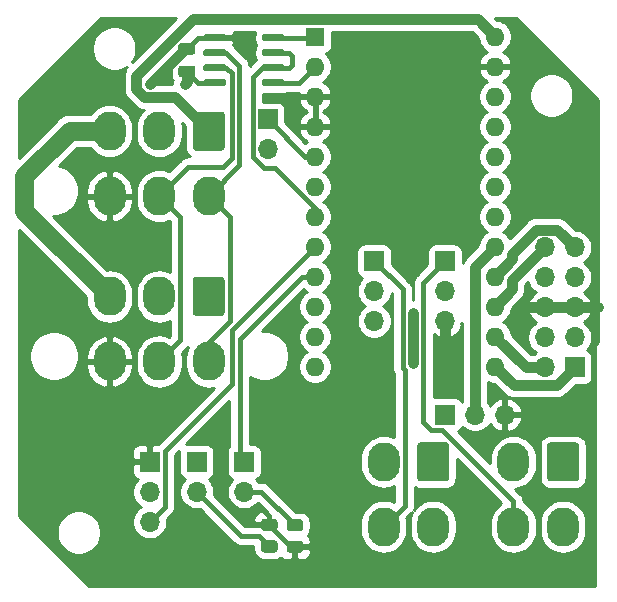
<source format=gbr>
G04 #@! TF.GenerationSoftware,KiCad,Pcbnew,(5.1.9)-1*
G04 #@! TF.CreationDate,2021-10-30T20:33:53-06:00*
G04 #@! TF.ProjectId,ralt_controller,72616c74-5f63-46f6-9e74-726f6c6c6572,1*
G04 #@! TF.SameCoordinates,Original*
G04 #@! TF.FileFunction,Copper,L1,Top*
G04 #@! TF.FilePolarity,Positive*
%FSLAX46Y46*%
G04 Gerber Fmt 4.6, Leading zero omitted, Abs format (unit mm)*
G04 Created by KiCad (PCBNEW (5.1.9)-1) date 2021-10-30 20:33:53*
%MOMM*%
%LPD*%
G01*
G04 APERTURE LIST*
G04 #@! TA.AperFunction,ComponentPad*
%ADD10O,1.700000X1.700000*%
G04 #@! TD*
G04 #@! TA.AperFunction,ComponentPad*
%ADD11R,1.700000X1.700000*%
G04 #@! TD*
G04 #@! TA.AperFunction,ComponentPad*
%ADD12O,2.700000X3.300000*%
G04 #@! TD*
G04 #@! TA.AperFunction,ComponentPad*
%ADD13O,1.600000X1.600000*%
G04 #@! TD*
G04 #@! TA.AperFunction,ComponentPad*
%ADD14R,1.600000X1.600000*%
G04 #@! TD*
G04 #@! TA.AperFunction,ViaPad*
%ADD15C,0.600000*%
G04 #@! TD*
G04 #@! TA.AperFunction,Conductor*
%ADD16C,0.457200*%
G04 #@! TD*
G04 #@! TA.AperFunction,Conductor*
%ADD17C,0.914400*%
G04 #@! TD*
G04 #@! TA.AperFunction,Conductor*
%ADD18C,1.625600*%
G04 #@! TD*
G04 #@! TA.AperFunction,Conductor*
%ADD19C,0.254000*%
G04 #@! TD*
G04 #@! TA.AperFunction,Conductor*
%ADD20C,0.100000*%
G04 #@! TD*
G04 APERTURE END LIST*
G04 #@! TA.AperFunction,SMDPad,CuDef*
G36*
G01*
X50548001Y-91687500D02*
X49647999Y-91687500D01*
G75*
G02*
X49398000Y-91437501I0J249999D01*
G01*
X49398000Y-90912499D01*
G75*
G02*
X49647999Y-90662500I249999J0D01*
G01*
X50548001Y-90662500D01*
G75*
G02*
X50798000Y-90912499I0J-249999D01*
G01*
X50798000Y-91437501D01*
G75*
G02*
X50548001Y-91687500I-249999J0D01*
G01*
G37*
G04 #@! TD.AperFunction*
G04 #@! TA.AperFunction,SMDPad,CuDef*
G36*
G01*
X50548001Y-93512500D02*
X49647999Y-93512500D01*
G75*
G02*
X49398000Y-93262501I0J249999D01*
G01*
X49398000Y-92737499D01*
G75*
G02*
X49647999Y-92487500I249999J0D01*
G01*
X50548001Y-92487500D01*
G75*
G02*
X50798000Y-92737499I0J-249999D01*
G01*
X50798000Y-93262501D01*
G75*
G02*
X50548001Y-93512500I-249999J0D01*
G01*
G37*
G04 #@! TD.AperFunction*
G04 #@! TA.AperFunction,SMDPad,CuDef*
G36*
G01*
X47488999Y-92464000D02*
X48389001Y-92464000D01*
G75*
G02*
X48639000Y-92713999I0J-249999D01*
G01*
X48639000Y-93239001D01*
G75*
G02*
X48389001Y-93489000I-249999J0D01*
G01*
X47488999Y-93489000D01*
G75*
G02*
X47239000Y-93239001I0J249999D01*
G01*
X47239000Y-92713999D01*
G75*
G02*
X47488999Y-92464000I249999J0D01*
G01*
G37*
G04 #@! TD.AperFunction*
G04 #@! TA.AperFunction,SMDPad,CuDef*
G36*
G01*
X47488999Y-90639000D02*
X48389001Y-90639000D01*
G75*
G02*
X48639000Y-90888999I0J-249999D01*
G01*
X48639000Y-91414001D01*
G75*
G02*
X48389001Y-91664000I-249999J0D01*
G01*
X47488999Y-91664000D01*
G75*
G02*
X47239000Y-91414001I0J249999D01*
G01*
X47239000Y-90888999D01*
G75*
G02*
X47488999Y-90639000I249999J0D01*
G01*
G37*
G04 #@! TD.AperFunction*
D10*
X67890000Y-81810000D03*
X65350000Y-81810000D03*
D11*
X62810000Y-81810000D03*
G04 #@! TA.AperFunction,SMDPad,CuDef*
G36*
G01*
X41429000Y-51355000D02*
X40479000Y-51355000D01*
G75*
G02*
X40229000Y-51105000I0J250000D01*
G01*
X40229000Y-50605000D01*
G75*
G02*
X40479000Y-50355000I250000J0D01*
G01*
X41429000Y-50355000D01*
G75*
G02*
X41679000Y-50605000I0J-250000D01*
G01*
X41679000Y-51105000D01*
G75*
G02*
X41429000Y-51355000I-250000J0D01*
G01*
G37*
G04 #@! TD.AperFunction*
G04 #@! TA.AperFunction,SMDPad,CuDef*
G36*
G01*
X41429000Y-53255000D02*
X40479000Y-53255000D01*
G75*
G02*
X40229000Y-53005000I0J250000D01*
G01*
X40229000Y-52505000D01*
G75*
G02*
X40479000Y-52255000I250000J0D01*
G01*
X41429000Y-52255000D01*
G75*
G02*
X41679000Y-52505000I0J-250000D01*
G01*
X41679000Y-53005000D01*
G75*
G02*
X41429000Y-53255000I-250000J0D01*
G01*
G37*
G04 #@! TD.AperFunction*
D12*
X34410000Y-77310000D03*
X38610000Y-77310000D03*
X42810000Y-77310000D03*
X34410000Y-71810000D03*
X38610000Y-71810000D03*
G04 #@! TA.AperFunction,ComponentPad*
G36*
G01*
X44160000Y-70410001D02*
X44160000Y-73209999D01*
G75*
G02*
X43909999Y-73460000I-250001J0D01*
G01*
X41710001Y-73460000D01*
G75*
G02*
X41460000Y-73209999I0J250001D01*
G01*
X41460000Y-70410001D01*
G75*
G02*
X41710001Y-70160000I250001J0D01*
G01*
X43909999Y-70160000D01*
G75*
G02*
X44160000Y-70410001I0J-250001D01*
G01*
G37*
G04 #@! TD.AperFunction*
X34410000Y-63310000D03*
X38610000Y-63310000D03*
X42810000Y-63310000D03*
X34410000Y-57810000D03*
X38610000Y-57810000D03*
G04 #@! TA.AperFunction,ComponentPad*
G36*
G01*
X44160000Y-56410001D02*
X44160000Y-59209999D01*
G75*
G02*
X43909999Y-59460000I-250001J0D01*
G01*
X41710001Y-59460000D01*
G75*
G02*
X41460000Y-59209999I0J250001D01*
G01*
X41460000Y-56410001D01*
G75*
G02*
X41710001Y-56160000I250001J0D01*
G01*
X43909999Y-56160000D01*
G75*
G02*
X44160000Y-56410001I0J-250001D01*
G01*
G37*
G04 #@! TD.AperFunction*
G04 #@! TA.AperFunction,SMDPad,CuDef*
G36*
G01*
X44310000Y-53565000D02*
X44310000Y-53865000D01*
G75*
G02*
X44160000Y-54015000I-150000J0D01*
G01*
X42510000Y-54015000D01*
G75*
G02*
X42360000Y-53865000I0J150000D01*
G01*
X42360000Y-53565000D01*
G75*
G02*
X42510000Y-53415000I150000J0D01*
G01*
X44160000Y-53415000D01*
G75*
G02*
X44310000Y-53565000I0J-150000D01*
G01*
G37*
G04 #@! TD.AperFunction*
G04 #@! TA.AperFunction,SMDPad,CuDef*
G36*
G01*
X44310000Y-52295000D02*
X44310000Y-52595000D01*
G75*
G02*
X44160000Y-52745000I-150000J0D01*
G01*
X42510000Y-52745000D01*
G75*
G02*
X42360000Y-52595000I0J150000D01*
G01*
X42360000Y-52295000D01*
G75*
G02*
X42510000Y-52145000I150000J0D01*
G01*
X44160000Y-52145000D01*
G75*
G02*
X44310000Y-52295000I0J-150000D01*
G01*
G37*
G04 #@! TD.AperFunction*
G04 #@! TA.AperFunction,SMDPad,CuDef*
G36*
G01*
X44310000Y-51025000D02*
X44310000Y-51325000D01*
G75*
G02*
X44160000Y-51475000I-150000J0D01*
G01*
X42510000Y-51475000D01*
G75*
G02*
X42360000Y-51325000I0J150000D01*
G01*
X42360000Y-51025000D01*
G75*
G02*
X42510000Y-50875000I150000J0D01*
G01*
X44160000Y-50875000D01*
G75*
G02*
X44310000Y-51025000I0J-150000D01*
G01*
G37*
G04 #@! TD.AperFunction*
G04 #@! TA.AperFunction,SMDPad,CuDef*
G36*
G01*
X44310000Y-49755000D02*
X44310000Y-50055000D01*
G75*
G02*
X44160000Y-50205000I-150000J0D01*
G01*
X42510000Y-50205000D01*
G75*
G02*
X42360000Y-50055000I0J150000D01*
G01*
X42360000Y-49755000D01*
G75*
G02*
X42510000Y-49605000I150000J0D01*
G01*
X44160000Y-49605000D01*
G75*
G02*
X44310000Y-49755000I0J-150000D01*
G01*
G37*
G04 #@! TD.AperFunction*
G04 #@! TA.AperFunction,SMDPad,CuDef*
G36*
G01*
X49260000Y-49755000D02*
X49260000Y-50055000D01*
G75*
G02*
X49110000Y-50205000I-150000J0D01*
G01*
X47460000Y-50205000D01*
G75*
G02*
X47310000Y-50055000I0J150000D01*
G01*
X47310000Y-49755000D01*
G75*
G02*
X47460000Y-49605000I150000J0D01*
G01*
X49110000Y-49605000D01*
G75*
G02*
X49260000Y-49755000I0J-150000D01*
G01*
G37*
G04 #@! TD.AperFunction*
G04 #@! TA.AperFunction,SMDPad,CuDef*
G36*
G01*
X49260000Y-51025000D02*
X49260000Y-51325000D01*
G75*
G02*
X49110000Y-51475000I-150000J0D01*
G01*
X47460000Y-51475000D01*
G75*
G02*
X47310000Y-51325000I0J150000D01*
G01*
X47310000Y-51025000D01*
G75*
G02*
X47460000Y-50875000I150000J0D01*
G01*
X49110000Y-50875000D01*
G75*
G02*
X49260000Y-51025000I0J-150000D01*
G01*
G37*
G04 #@! TD.AperFunction*
G04 #@! TA.AperFunction,SMDPad,CuDef*
G36*
G01*
X49260000Y-52295000D02*
X49260000Y-52595000D01*
G75*
G02*
X49110000Y-52745000I-150000J0D01*
G01*
X47460000Y-52745000D01*
G75*
G02*
X47310000Y-52595000I0J150000D01*
G01*
X47310000Y-52295000D01*
G75*
G02*
X47460000Y-52145000I150000J0D01*
G01*
X49110000Y-52145000D01*
G75*
G02*
X49260000Y-52295000I0J-150000D01*
G01*
G37*
G04 #@! TD.AperFunction*
G04 #@! TA.AperFunction,SMDPad,CuDef*
G36*
G01*
X49260000Y-53565000D02*
X49260000Y-53865000D01*
G75*
G02*
X49110000Y-54015000I-150000J0D01*
G01*
X47460000Y-54015000D01*
G75*
G02*
X47310000Y-53865000I0J150000D01*
G01*
X47310000Y-53565000D01*
G75*
G02*
X47460000Y-53415000I150000J0D01*
G01*
X49110000Y-53415000D01*
G75*
G02*
X49260000Y-53565000I0J-150000D01*
G01*
G37*
G04 #@! TD.AperFunction*
D13*
X67050000Y-49810000D03*
X51810000Y-77750000D03*
X67050000Y-52350000D03*
X51810000Y-75210000D03*
X67050000Y-54890000D03*
X51810000Y-72670000D03*
X67050000Y-57430000D03*
X51810000Y-70130000D03*
X67050000Y-59970000D03*
X51810000Y-67590000D03*
X67050000Y-62510000D03*
X51810000Y-65050000D03*
X67050000Y-65050000D03*
X51810000Y-62510000D03*
X67050000Y-67590000D03*
X51810000Y-59970000D03*
X67050000Y-70130000D03*
X51810000Y-57430000D03*
X67050000Y-72670000D03*
X51810000Y-54890000D03*
X67050000Y-75210000D03*
X51810000Y-52350000D03*
X67050000Y-77750000D03*
D14*
X51810000Y-49810000D03*
D10*
X62810000Y-73890000D03*
X62810000Y-71350000D03*
D11*
X62810000Y-68810000D03*
D10*
X56810000Y-73890000D03*
X56810000Y-71350000D03*
D11*
X56810000Y-68810000D03*
D10*
X47810000Y-59350000D03*
D11*
X47810000Y-56810000D03*
D10*
X37810000Y-90890000D03*
X37810000Y-88350000D03*
D11*
X37810000Y-85810000D03*
D10*
X45810000Y-88350000D03*
D11*
X45810000Y-85810000D03*
D10*
X41810000Y-88350000D03*
D11*
X41810000Y-85810000D03*
D10*
X71270000Y-67650000D03*
X73810000Y-67650000D03*
X71270000Y-70190000D03*
X73810000Y-70190000D03*
X71270000Y-72730000D03*
X73810000Y-72730000D03*
X71270000Y-75270000D03*
X73810000Y-75270000D03*
X71270000Y-77810000D03*
D11*
X73810000Y-77810000D03*
D12*
X68610000Y-91310000D03*
X72810000Y-91310000D03*
X68610000Y-85810000D03*
G04 #@! TA.AperFunction,ComponentPad*
G36*
G01*
X74160000Y-84410001D02*
X74160000Y-87209999D01*
G75*
G02*
X73909999Y-87460000I-250001J0D01*
G01*
X71710001Y-87460000D01*
G75*
G02*
X71460000Y-87209999I0J250001D01*
G01*
X71460000Y-84410001D01*
G75*
G02*
X71710001Y-84160000I250001J0D01*
G01*
X73909999Y-84160000D01*
G75*
G02*
X74160000Y-84410001I0J-250001D01*
G01*
G37*
G04 #@! TD.AperFunction*
X57610000Y-91310000D03*
X61810000Y-91310000D03*
X57610000Y-85810000D03*
G04 #@! TA.AperFunction,ComponentPad*
G36*
G01*
X63160000Y-84410001D02*
X63160000Y-87209999D01*
G75*
G02*
X62909999Y-87460000I-250001J0D01*
G01*
X60710001Y-87460000D01*
G75*
G02*
X60460000Y-87209999I0J250001D01*
G01*
X60460000Y-84410001D01*
G75*
G02*
X60710001Y-84160000I250001J0D01*
G01*
X62909999Y-84160000D01*
G75*
G02*
X63160000Y-84410001I0J-250001D01*
G01*
G37*
G04 #@! TD.AperFunction*
D15*
X63810000Y-76810000D03*
X63810000Y-77810000D03*
X63810000Y-78810000D03*
X37810000Y-53810000D03*
X34810000Y-53810000D03*
X40810000Y-53810000D03*
X60105600Y-73179100D03*
X60105600Y-77484400D03*
D16*
X41904000Y-49905000D02*
X40954000Y-50855000D01*
X43335000Y-49905000D02*
X41904000Y-49905000D01*
D17*
X62810000Y-73890000D02*
X62810000Y-75810000D01*
X71270000Y-72730000D02*
X75730000Y-72730000D01*
X71270000Y-72730000D02*
X69890000Y-72730000D01*
X40765000Y-50855000D02*
X37810000Y-53810000D01*
X40954000Y-50855000D02*
X40765000Y-50855000D01*
D16*
X49787500Y-93000000D02*
X47939000Y-91151500D01*
X50098000Y-93000000D02*
X49787500Y-93000000D01*
X47939000Y-91151500D02*
X47939000Y-90413000D01*
X47939000Y-90413000D02*
X47431000Y-89905000D01*
X41914000Y-53715000D02*
X40954000Y-52755000D01*
X43335000Y-53715000D02*
X41914000Y-53715000D01*
D17*
X40954000Y-53666000D02*
X40810000Y-53810000D01*
X40954000Y-52755000D02*
X40954000Y-53666000D01*
X60105600Y-73179100D02*
X60105600Y-77484400D01*
X65350000Y-69290000D02*
X67050000Y-67590000D01*
X65350000Y-81810000D02*
X65350000Y-69290000D01*
X39924410Y-54924410D02*
X37348396Y-54924410D01*
X37348396Y-54924410D02*
X36695590Y-54271604D01*
X36695590Y-54271604D02*
X36695590Y-53105420D01*
X36695590Y-53105420D02*
X41448211Y-48352799D01*
X42810000Y-57810000D02*
X39924410Y-54924410D01*
X41448211Y-48352799D02*
X65592799Y-48352799D01*
X65592799Y-48352799D02*
X67050000Y-49810000D01*
D18*
X27197199Y-64597199D02*
X34410000Y-71810000D01*
X27197199Y-61643855D02*
X27197199Y-64597199D01*
X31031054Y-57810000D02*
X27197199Y-61643855D01*
X34410000Y-57810000D02*
X31031054Y-57810000D01*
D16*
X44617200Y-65117200D02*
X44617200Y-73853364D01*
X42810000Y-63310000D02*
X44617200Y-65117200D01*
X44617200Y-73853364D02*
X42810000Y-75660564D01*
X42810000Y-75660564D02*
X42810000Y-77310000D01*
X45399000Y-60721000D02*
X42810000Y-63310000D01*
X45399000Y-52264000D02*
X45399000Y-60721000D01*
X43335000Y-51175000D02*
X44310000Y-51175000D01*
X44310000Y-51175000D02*
X45399000Y-52264000D01*
X40388610Y-75531390D02*
X38610000Y-77310000D01*
X40388610Y-65088610D02*
X40388610Y-75531390D01*
X38610000Y-63310000D02*
X40388610Y-65088610D01*
X43335000Y-52445000D02*
X44310000Y-52445000D01*
X44741789Y-60082211D02*
X44002000Y-60822000D01*
X44310000Y-52445000D02*
X44741789Y-52876789D01*
X44741789Y-52876789D02*
X44741789Y-60082211D01*
X44002000Y-60822000D02*
X41098000Y-60822000D01*
X41098000Y-60822000D02*
X38610000Y-63310000D01*
X59219789Y-71219789D02*
X59219789Y-77851314D01*
X59388610Y-78020135D02*
X59388610Y-89531390D01*
X56810000Y-68810000D02*
X59219789Y-71219789D01*
X59388610Y-89531390D02*
X57610000Y-91310000D01*
X59219789Y-77851314D02*
X59388610Y-78020135D01*
X60991411Y-70628589D02*
X60991411Y-82462893D01*
X62548301Y-83088601D02*
X68610000Y-89150300D01*
X62810000Y-68810000D02*
X60991411Y-70628589D01*
X61617119Y-83088601D02*
X62548301Y-83088601D01*
X60991411Y-82462893D02*
X61617119Y-83088601D01*
X68610000Y-89150300D02*
X68610000Y-91310000D01*
D17*
X72302799Y-79317201D02*
X73810000Y-77810000D01*
X68617201Y-79317201D02*
X72302799Y-79317201D01*
X67050000Y-77750000D02*
X68617201Y-79317201D01*
X68507201Y-71212799D02*
X68507201Y-70412799D01*
X68507201Y-70412799D02*
X71270000Y-67650000D01*
X67050000Y-72670000D02*
X68507201Y-71212799D01*
X69650000Y-77810000D02*
X67050000Y-75210000D01*
X71270000Y-77810000D02*
X69650000Y-77810000D01*
X70546543Y-66142799D02*
X72302799Y-66142799D01*
X68507201Y-68182141D02*
X70546543Y-66142799D01*
X68507201Y-68672799D02*
X68507201Y-68182141D01*
X72302799Y-66142799D02*
X73810000Y-67650000D01*
X67050000Y-70130000D02*
X68507201Y-68672799D01*
D16*
X45810000Y-85810000D02*
X45421211Y-85421211D01*
X45421211Y-85421211D02*
X45421211Y-75387419D01*
X45421211Y-75387419D02*
X50678630Y-70130000D01*
X50678630Y-70130000D02*
X51810000Y-70130000D01*
X44764000Y-74636000D02*
X51810000Y-67590000D01*
X44764000Y-79237000D02*
X44764000Y-74636000D01*
X39088601Y-84912399D02*
X44764000Y-79237000D01*
X39088601Y-89611399D02*
X39088601Y-84912399D01*
X37810000Y-90890000D02*
X39088601Y-89611399D01*
X50970000Y-59970000D02*
X47810000Y-56810000D01*
X51810000Y-59970000D02*
X50970000Y-59970000D01*
X48285000Y-51175000D02*
X49585000Y-51175000D01*
X49585000Y-51175000D02*
X49834000Y-51424000D01*
X48285000Y-52445000D02*
X49585000Y-52445000D01*
X49585000Y-52445000D02*
X49844000Y-52186000D01*
X49834000Y-52176000D02*
X49834000Y-51424000D01*
X49844000Y-52186000D02*
X49834000Y-52176000D01*
X48435729Y-60921399D02*
X51810000Y-64295670D01*
X47489069Y-60921399D02*
X48435729Y-60921399D01*
X51810000Y-64295670D02*
X51810000Y-65050000D01*
X46531399Y-59963729D02*
X47489069Y-60921399D01*
X47310000Y-52445000D02*
X46531399Y-53223601D01*
X46531399Y-53223601D02*
X46531399Y-59963729D01*
X48285000Y-52445000D02*
X47310000Y-52445000D01*
X50445000Y-53715000D02*
X51810000Y-52350000D01*
X48285000Y-53715000D02*
X50445000Y-53715000D01*
X51715000Y-49905000D02*
X51810000Y-49810000D01*
X48285000Y-49905000D02*
X51715000Y-49905000D01*
X41810000Y-88350000D02*
X45547500Y-92087500D01*
X47050000Y-92087500D02*
X47939000Y-92976500D01*
X45547500Y-92087500D02*
X47050000Y-92087500D01*
X47273000Y-88350000D02*
X50098000Y-91175000D01*
X45810000Y-88350000D02*
X47273000Y-88350000D01*
D19*
X36333349Y-51923058D02*
X36480466Y-51702882D01*
X36622561Y-51359834D01*
X36695000Y-50995656D01*
X36695000Y-50624344D01*
X36622561Y-50260166D01*
X36480466Y-49917118D01*
X36274175Y-49608382D01*
X36011618Y-49345825D01*
X35702882Y-49139534D01*
X35359834Y-48997439D01*
X34995656Y-48925000D01*
X34624344Y-48925000D01*
X34260166Y-48997439D01*
X33917118Y-49139534D01*
X33608382Y-49345825D01*
X33345825Y-49608382D01*
X33139534Y-49917118D01*
X32997439Y-50260166D01*
X32925000Y-50624344D01*
X32925000Y-50995656D01*
X32997439Y-51359834D01*
X33139534Y-51702882D01*
X33345825Y-52011618D01*
X33608382Y-52274175D01*
X33917118Y-52480466D01*
X34260166Y-52622561D01*
X34624344Y-52695000D01*
X34995656Y-52695000D01*
X35359834Y-52622561D01*
X35702882Y-52480466D01*
X35908089Y-52343351D01*
X35885356Y-52371051D01*
X35885353Y-52371054D01*
X35847100Y-52417666D01*
X35783066Y-52495691D01*
X35758906Y-52540891D01*
X35681647Y-52685432D01*
X35627510Y-52863896D01*
X35619194Y-52891311D01*
X35603390Y-53051771D01*
X35603390Y-53051779D01*
X35598107Y-53105420D01*
X35603390Y-53159061D01*
X35603390Y-54217963D01*
X35598107Y-54271604D01*
X35603390Y-54325245D01*
X35603390Y-54325252D01*
X35617093Y-54464380D01*
X35619194Y-54485713D01*
X35665568Y-54638586D01*
X35681647Y-54691592D01*
X35783065Y-54881333D01*
X35919552Y-55047642D01*
X35961227Y-55081844D01*
X36538156Y-55658773D01*
X36572358Y-55700448D01*
X36738667Y-55836935D01*
X36928407Y-55938353D01*
X37086369Y-55986270D01*
X37134286Y-56000806D01*
X37155619Y-56002907D01*
X37294747Y-56016610D01*
X37294754Y-56016610D01*
X37300089Y-56017135D01*
X37199603Y-56099602D01*
X36951547Y-56401857D01*
X36767226Y-56746698D01*
X36653722Y-57120872D01*
X36625000Y-57412490D01*
X36625000Y-58207509D01*
X36653722Y-58499127D01*
X36767226Y-58873301D01*
X36951547Y-59218143D01*
X37199602Y-59520398D01*
X37501857Y-59768453D01*
X37846698Y-59952774D01*
X38220872Y-60066278D01*
X38610000Y-60104604D01*
X38999127Y-60066278D01*
X39373301Y-59952774D01*
X39718143Y-59768453D01*
X40020398Y-59520398D01*
X40268453Y-59218143D01*
X40452774Y-58873302D01*
X40566278Y-58499128D01*
X40595000Y-58207510D01*
X40595000Y-57412491D01*
X40566278Y-57120873D01*
X40561927Y-57106531D01*
X40821928Y-57366532D01*
X40821928Y-59209999D01*
X40838992Y-59383253D01*
X40889529Y-59549850D01*
X40971595Y-59703386D01*
X41082039Y-59837961D01*
X41216614Y-59948405D01*
X41235313Y-59958400D01*
X41140417Y-59958400D01*
X41097999Y-59954222D01*
X41055581Y-59958400D01*
X41055580Y-59958400D01*
X40928705Y-59970896D01*
X40765916Y-60020278D01*
X40615888Y-60100469D01*
X40484388Y-60208388D01*
X40457346Y-60241339D01*
X39476369Y-61222317D01*
X39373302Y-61167226D01*
X38999128Y-61053722D01*
X38610000Y-61015396D01*
X38220873Y-61053722D01*
X37846699Y-61167226D01*
X37501858Y-61351547D01*
X37199603Y-61599602D01*
X36951547Y-61901857D01*
X36767226Y-62246698D01*
X36653722Y-62620872D01*
X36625000Y-62912490D01*
X36625000Y-63707509D01*
X36653722Y-63999127D01*
X36767226Y-64373301D01*
X36951547Y-64718143D01*
X37199602Y-65020398D01*
X37501857Y-65268453D01*
X37846698Y-65452774D01*
X38220872Y-65566278D01*
X38610000Y-65604604D01*
X38999127Y-65566278D01*
X39373301Y-65452774D01*
X39476369Y-65397683D01*
X39525010Y-65446325D01*
X39525010Y-69748316D01*
X39373302Y-69667226D01*
X38999128Y-69553722D01*
X38610000Y-69515396D01*
X38220873Y-69553722D01*
X37846699Y-69667226D01*
X37501858Y-69851547D01*
X37199603Y-70099602D01*
X36951547Y-70401857D01*
X36767226Y-70746698D01*
X36653722Y-71120872D01*
X36625000Y-71412490D01*
X36625000Y-72207509D01*
X36653722Y-72499127D01*
X36767226Y-72873301D01*
X36951547Y-73218143D01*
X37199602Y-73520398D01*
X37501857Y-73768453D01*
X37846698Y-73952774D01*
X38220872Y-74066278D01*
X38610000Y-74104604D01*
X38999127Y-74066278D01*
X39373301Y-73952774D01*
X39525011Y-73871684D01*
X39525011Y-75173674D01*
X39476369Y-75222316D01*
X39373302Y-75167226D01*
X38999128Y-75053722D01*
X38610000Y-75015396D01*
X38220873Y-75053722D01*
X37846699Y-75167226D01*
X37501858Y-75351547D01*
X37199603Y-75599602D01*
X36951547Y-75901857D01*
X36767226Y-76246698D01*
X36653722Y-76620872D01*
X36625000Y-76912490D01*
X36625000Y-77707509D01*
X36653722Y-77999127D01*
X36767226Y-78373301D01*
X36951547Y-78718143D01*
X37199602Y-79020398D01*
X37501857Y-79268453D01*
X37846698Y-79452774D01*
X38220872Y-79566278D01*
X38610000Y-79604604D01*
X38999127Y-79566278D01*
X39373301Y-79452774D01*
X39718143Y-79268453D01*
X40020398Y-79020398D01*
X40268453Y-78718143D01*
X40452774Y-78373302D01*
X40566278Y-77999128D01*
X40595000Y-77707510D01*
X40595000Y-76912491D01*
X40566278Y-76620873D01*
X40555610Y-76585705D01*
X40969270Y-76172045D01*
X41002222Y-76145002D01*
X41057748Y-76077344D01*
X40967226Y-76246698D01*
X40853722Y-76620872D01*
X40825000Y-76912490D01*
X40825000Y-77707509D01*
X40853722Y-77999127D01*
X40967226Y-78373301D01*
X41151547Y-78718143D01*
X41399602Y-79020398D01*
X41701857Y-79268453D01*
X42046698Y-79452774D01*
X42420872Y-79566278D01*
X42810000Y-79604604D01*
X43199127Y-79566278D01*
X43219625Y-79560060D01*
X38507947Y-84271740D01*
X38474990Y-84298787D01*
X38455083Y-84323044D01*
X38095750Y-84325000D01*
X37937000Y-84483750D01*
X37937000Y-85683000D01*
X37957000Y-85683000D01*
X37957000Y-85937000D01*
X37937000Y-85937000D01*
X37937000Y-85957000D01*
X37683000Y-85957000D01*
X37683000Y-85937000D01*
X36483750Y-85937000D01*
X36325000Y-86095750D01*
X36321928Y-86660000D01*
X36334188Y-86784482D01*
X36370498Y-86904180D01*
X36429463Y-87014494D01*
X36508815Y-87111185D01*
X36605506Y-87190537D01*
X36715820Y-87249502D01*
X36788380Y-87271513D01*
X36656525Y-87403368D01*
X36494010Y-87646589D01*
X36382068Y-87916842D01*
X36325000Y-88203740D01*
X36325000Y-88496260D01*
X36382068Y-88783158D01*
X36494010Y-89053411D01*
X36656525Y-89296632D01*
X36863368Y-89503475D01*
X37037760Y-89620000D01*
X36863368Y-89736525D01*
X36656525Y-89943368D01*
X36494010Y-90186589D01*
X36382068Y-90456842D01*
X36325000Y-90743740D01*
X36325000Y-91036260D01*
X36382068Y-91323158D01*
X36494010Y-91593411D01*
X36656525Y-91836632D01*
X36863368Y-92043475D01*
X37106589Y-92205990D01*
X37376842Y-92317932D01*
X37663740Y-92375000D01*
X37956260Y-92375000D01*
X38243158Y-92317932D01*
X38513411Y-92205990D01*
X38756632Y-92043475D01*
X38963475Y-91836632D01*
X39125990Y-91593411D01*
X39237932Y-91323158D01*
X39295000Y-91036260D01*
X39295000Y-90743740D01*
X39275518Y-90645796D01*
X39669257Y-90252057D01*
X39702213Y-90225011D01*
X39810132Y-90093511D01*
X39890323Y-89943483D01*
X39939705Y-89780694D01*
X39952201Y-89653819D01*
X39952201Y-89653818D01*
X39956379Y-89611399D01*
X39952201Y-89568979D01*
X39952201Y-85270112D01*
X40328441Y-84893872D01*
X40321928Y-84960000D01*
X40321928Y-86660000D01*
X40334188Y-86784482D01*
X40370498Y-86904180D01*
X40429463Y-87014494D01*
X40508815Y-87111185D01*
X40605506Y-87190537D01*
X40715820Y-87249502D01*
X40788380Y-87271513D01*
X40656525Y-87403368D01*
X40494010Y-87646589D01*
X40382068Y-87916842D01*
X40325000Y-88203740D01*
X40325000Y-88496260D01*
X40382068Y-88783158D01*
X40494010Y-89053411D01*
X40656525Y-89296632D01*
X40863368Y-89503475D01*
X41106589Y-89665990D01*
X41376842Y-89777932D01*
X41663740Y-89835000D01*
X41956260Y-89835000D01*
X42054204Y-89815518D01*
X44906845Y-92668160D01*
X44933888Y-92701112D01*
X45065388Y-92809031D01*
X45215416Y-92889222D01*
X45378205Y-92938604D01*
X45505080Y-92951100D01*
X45505082Y-92951100D01*
X45547499Y-92955278D01*
X45589917Y-92951100D01*
X46600928Y-92951100D01*
X46600928Y-93239001D01*
X46617992Y-93412255D01*
X46668528Y-93578851D01*
X46750595Y-93732387D01*
X46861038Y-93866962D01*
X46995613Y-93977405D01*
X47149149Y-94059472D01*
X47315745Y-94110008D01*
X47488999Y-94127072D01*
X48389001Y-94127072D01*
X48562255Y-94110008D01*
X48728851Y-94059472D01*
X48882387Y-93977405D01*
X48927614Y-93940288D01*
X48946815Y-93963685D01*
X49043506Y-94043037D01*
X49153820Y-94102002D01*
X49273518Y-94138312D01*
X49398000Y-94150572D01*
X49812250Y-94147500D01*
X49971000Y-93988750D01*
X49971000Y-93127000D01*
X50225000Y-93127000D01*
X50225000Y-93988750D01*
X50383750Y-94147500D01*
X50798000Y-94150572D01*
X50922482Y-94138312D01*
X51042180Y-94102002D01*
X51152494Y-94043037D01*
X51249185Y-93963685D01*
X51328537Y-93866994D01*
X51387502Y-93756680D01*
X51423812Y-93636982D01*
X51436072Y-93512500D01*
X51433000Y-93285750D01*
X51274250Y-93127000D01*
X50225000Y-93127000D01*
X49971000Y-93127000D01*
X49951000Y-93127000D01*
X49951000Y-92873000D01*
X49971000Y-92873000D01*
X49971000Y-92853000D01*
X50225000Y-92853000D01*
X50225000Y-92873000D01*
X51274250Y-92873000D01*
X51433000Y-92714250D01*
X51436072Y-92487500D01*
X51423812Y-92363018D01*
X51387502Y-92243320D01*
X51328537Y-92133006D01*
X51249185Y-92036315D01*
X51219724Y-92012137D01*
X51286405Y-91930887D01*
X51368472Y-91777351D01*
X51419008Y-91610755D01*
X51436072Y-91437501D01*
X51436072Y-90912499D01*
X51419008Y-90739245D01*
X51368472Y-90572649D01*
X51286405Y-90419113D01*
X51175962Y-90284538D01*
X51041387Y-90174095D01*
X50887851Y-90092028D01*
X50721255Y-90041492D01*
X50548001Y-90024428D01*
X50168743Y-90024428D01*
X47913664Y-87769351D01*
X47886612Y-87736388D01*
X47755112Y-87628469D01*
X47605084Y-87548278D01*
X47442295Y-87498896D01*
X47315420Y-87486400D01*
X47273000Y-87482222D01*
X47230580Y-87486400D01*
X47018955Y-87486400D01*
X46963475Y-87403368D01*
X46831620Y-87271513D01*
X46904180Y-87249502D01*
X47014494Y-87190537D01*
X47111185Y-87111185D01*
X47190537Y-87014494D01*
X47249502Y-86904180D01*
X47285812Y-86784482D01*
X47298072Y-86660000D01*
X47298072Y-84960000D01*
X47285812Y-84835518D01*
X47249502Y-84715820D01*
X47190537Y-84605506D01*
X47111185Y-84508815D01*
X47014494Y-84429463D01*
X46904180Y-84370498D01*
X46784482Y-84334188D01*
X46660000Y-84321928D01*
X46284811Y-84321928D01*
X46284811Y-78599098D01*
X46498698Y-78742012D01*
X46887244Y-78902953D01*
X47299721Y-78985000D01*
X47720279Y-78985000D01*
X48132756Y-78902953D01*
X48521302Y-78742012D01*
X48870983Y-78508363D01*
X49168363Y-78210983D01*
X49402012Y-77861302D01*
X49562953Y-77472756D01*
X49645000Y-77060279D01*
X49645000Y-76639721D01*
X49562953Y-76227244D01*
X49402012Y-75838698D01*
X49168363Y-75489017D01*
X48870983Y-75191637D01*
X48521302Y-74957988D01*
X48132756Y-74797047D01*
X47720279Y-74715000D01*
X47314943Y-74715000D01*
X50840274Y-71189670D01*
X50895241Y-71244637D01*
X51127759Y-71400000D01*
X50895241Y-71555363D01*
X50695363Y-71755241D01*
X50538320Y-71990273D01*
X50430147Y-72251426D01*
X50375000Y-72528665D01*
X50375000Y-72811335D01*
X50430147Y-73088574D01*
X50538320Y-73349727D01*
X50695363Y-73584759D01*
X50895241Y-73784637D01*
X51127759Y-73940000D01*
X50895241Y-74095363D01*
X50695363Y-74295241D01*
X50538320Y-74530273D01*
X50430147Y-74791426D01*
X50375000Y-75068665D01*
X50375000Y-75351335D01*
X50430147Y-75628574D01*
X50538320Y-75889727D01*
X50695363Y-76124759D01*
X50895241Y-76324637D01*
X51127759Y-76480000D01*
X50895241Y-76635363D01*
X50695363Y-76835241D01*
X50538320Y-77070273D01*
X50430147Y-77331426D01*
X50375000Y-77608665D01*
X50375000Y-77891335D01*
X50430147Y-78168574D01*
X50538320Y-78429727D01*
X50695363Y-78664759D01*
X50895241Y-78864637D01*
X51130273Y-79021680D01*
X51391426Y-79129853D01*
X51668665Y-79185000D01*
X51951335Y-79185000D01*
X52228574Y-79129853D01*
X52489727Y-79021680D01*
X52724759Y-78864637D01*
X52924637Y-78664759D01*
X53081680Y-78429727D01*
X53189853Y-78168574D01*
X53245000Y-77891335D01*
X53245000Y-77608665D01*
X53189853Y-77331426D01*
X53081680Y-77070273D01*
X52924637Y-76835241D01*
X52724759Y-76635363D01*
X52492241Y-76480000D01*
X52724759Y-76324637D01*
X52924637Y-76124759D01*
X53081680Y-75889727D01*
X53189853Y-75628574D01*
X53245000Y-75351335D01*
X53245000Y-75068665D01*
X53189853Y-74791426D01*
X53081680Y-74530273D01*
X52924637Y-74295241D01*
X52724759Y-74095363D01*
X52492241Y-73940000D01*
X52724759Y-73784637D01*
X52924637Y-73584759D01*
X53081680Y-73349727D01*
X53189853Y-73088574D01*
X53245000Y-72811335D01*
X53245000Y-72528665D01*
X53189853Y-72251426D01*
X53081680Y-71990273D01*
X52924637Y-71755241D01*
X52724759Y-71555363D01*
X52492241Y-71400000D01*
X52724759Y-71244637D01*
X52924637Y-71044759D01*
X53081680Y-70809727D01*
X53189853Y-70548574D01*
X53245000Y-70271335D01*
X53245000Y-69988665D01*
X53189853Y-69711426D01*
X53081680Y-69450273D01*
X52924637Y-69215241D01*
X52724759Y-69015363D01*
X52492241Y-68860000D01*
X52724759Y-68704637D01*
X52924637Y-68504759D01*
X53081680Y-68269727D01*
X53189853Y-68008574D01*
X53199515Y-67960000D01*
X55321928Y-67960000D01*
X55321928Y-69660000D01*
X55334188Y-69784482D01*
X55370498Y-69904180D01*
X55429463Y-70014494D01*
X55508815Y-70111185D01*
X55605506Y-70190537D01*
X55715820Y-70249502D01*
X55788380Y-70271513D01*
X55656525Y-70403368D01*
X55494010Y-70646589D01*
X55382068Y-70916842D01*
X55325000Y-71203740D01*
X55325000Y-71496260D01*
X55382068Y-71783158D01*
X55494010Y-72053411D01*
X55656525Y-72296632D01*
X55863368Y-72503475D01*
X56037760Y-72620000D01*
X55863368Y-72736525D01*
X55656525Y-72943368D01*
X55494010Y-73186589D01*
X55382068Y-73456842D01*
X55325000Y-73743740D01*
X55325000Y-74036260D01*
X55382068Y-74323158D01*
X55494010Y-74593411D01*
X55656525Y-74836632D01*
X55863368Y-75043475D01*
X56106589Y-75205990D01*
X56376842Y-75317932D01*
X56663740Y-75375000D01*
X56956260Y-75375000D01*
X57243158Y-75317932D01*
X57513411Y-75205990D01*
X57756632Y-75043475D01*
X57963475Y-74836632D01*
X58125990Y-74593411D01*
X58237932Y-74323158D01*
X58295000Y-74036260D01*
X58295000Y-73743740D01*
X58237932Y-73456842D01*
X58125990Y-73186589D01*
X57963475Y-72943368D01*
X57756632Y-72736525D01*
X57582240Y-72620000D01*
X57756632Y-72503475D01*
X57963475Y-72296632D01*
X58125990Y-72053411D01*
X58237932Y-71783158D01*
X58291673Y-71512987D01*
X58356189Y-71577504D01*
X58356190Y-77808884D01*
X58352011Y-77851314D01*
X58368685Y-78020608D01*
X58418068Y-78183398D01*
X58487334Y-78312986D01*
X58498259Y-78333426D01*
X58525010Y-78366022D01*
X58525010Y-83748316D01*
X58373302Y-83667226D01*
X57999128Y-83553722D01*
X57610000Y-83515396D01*
X57220873Y-83553722D01*
X56846699Y-83667226D01*
X56501858Y-83851547D01*
X56199603Y-84099602D01*
X55951547Y-84401857D01*
X55767226Y-84746698D01*
X55653722Y-85120872D01*
X55625000Y-85412490D01*
X55625000Y-86207509D01*
X55653722Y-86499127D01*
X55767226Y-86873301D01*
X55951547Y-87218143D01*
X56199602Y-87520398D01*
X56501857Y-87768453D01*
X56846698Y-87952774D01*
X57220872Y-88066278D01*
X57610000Y-88104604D01*
X57999127Y-88066278D01*
X58373301Y-87952774D01*
X58525011Y-87871684D01*
X58525011Y-89173674D01*
X58476369Y-89222316D01*
X58373302Y-89167226D01*
X57999128Y-89053722D01*
X57610000Y-89015396D01*
X57220873Y-89053722D01*
X56846699Y-89167226D01*
X56501858Y-89351547D01*
X56199603Y-89599602D01*
X55951547Y-89901857D01*
X55767226Y-90246698D01*
X55653722Y-90620872D01*
X55625000Y-90912490D01*
X55625000Y-91707509D01*
X55653722Y-91999127D01*
X55767226Y-92373301D01*
X55951547Y-92718143D01*
X56199602Y-93020398D01*
X56501857Y-93268453D01*
X56846698Y-93452774D01*
X57220872Y-93566278D01*
X57610000Y-93604604D01*
X57999127Y-93566278D01*
X58373301Y-93452774D01*
X58718143Y-93268453D01*
X59020398Y-93020398D01*
X59268453Y-92718143D01*
X59452774Y-92373302D01*
X59566278Y-91999128D01*
X59595000Y-91707510D01*
X59595000Y-90912491D01*
X59566278Y-90620873D01*
X59555610Y-90585705D01*
X59969270Y-90172045D01*
X60002222Y-90145002D01*
X60057748Y-90077344D01*
X59967226Y-90246698D01*
X59853722Y-90620872D01*
X59825000Y-90912490D01*
X59825000Y-91707509D01*
X59853722Y-91999127D01*
X59967226Y-92373301D01*
X60151547Y-92718143D01*
X60399602Y-93020398D01*
X60701857Y-93268453D01*
X61046698Y-93452774D01*
X61420872Y-93566278D01*
X61810000Y-93604604D01*
X62199127Y-93566278D01*
X62573301Y-93452774D01*
X62918143Y-93268453D01*
X63220398Y-93020398D01*
X63468453Y-92718143D01*
X63652774Y-92373302D01*
X63766278Y-91999128D01*
X63795000Y-91707510D01*
X63795000Y-90912491D01*
X63766278Y-90620873D01*
X63652774Y-90246698D01*
X63468453Y-89901857D01*
X63220398Y-89599602D01*
X62918143Y-89351547D01*
X62573302Y-89167226D01*
X62199128Y-89053722D01*
X61810000Y-89015396D01*
X61420873Y-89053722D01*
X61046699Y-89167226D01*
X60701858Y-89351547D01*
X60399603Y-89599602D01*
X60194604Y-89849393D01*
X60239714Y-89700685D01*
X60252210Y-89573810D01*
X60252210Y-89573809D01*
X60256388Y-89531391D01*
X60252210Y-89488973D01*
X60252210Y-87967431D01*
X60370150Y-88030471D01*
X60536747Y-88081008D01*
X60710001Y-88098072D01*
X62909999Y-88098072D01*
X63083253Y-88081008D01*
X63249850Y-88030471D01*
X63403386Y-87948405D01*
X63537961Y-87837961D01*
X63648405Y-87703386D01*
X63730471Y-87549850D01*
X63781008Y-87383253D01*
X63798072Y-87209999D01*
X63798072Y-85559685D01*
X67559254Y-89320868D01*
X67501858Y-89351547D01*
X67199603Y-89599602D01*
X66951547Y-89901857D01*
X66767226Y-90246698D01*
X66653722Y-90620872D01*
X66625000Y-90912490D01*
X66625000Y-91707509D01*
X66653722Y-91999127D01*
X66767226Y-92373301D01*
X66951547Y-92718143D01*
X67199602Y-93020398D01*
X67501857Y-93268453D01*
X67846698Y-93452774D01*
X68220872Y-93566278D01*
X68610000Y-93604604D01*
X68999127Y-93566278D01*
X69373301Y-93452774D01*
X69718143Y-93268453D01*
X70020398Y-93020398D01*
X70268453Y-92718143D01*
X70452774Y-92373302D01*
X70566278Y-91999128D01*
X70595000Y-91707510D01*
X70595000Y-90912491D01*
X70595000Y-90912490D01*
X70825000Y-90912490D01*
X70825000Y-91707509D01*
X70853722Y-91999127D01*
X70967226Y-92373301D01*
X71151547Y-92718143D01*
X71399602Y-93020398D01*
X71701857Y-93268453D01*
X72046698Y-93452774D01*
X72420872Y-93566278D01*
X72810000Y-93604604D01*
X73199127Y-93566278D01*
X73573301Y-93452774D01*
X73918143Y-93268453D01*
X74220398Y-93020398D01*
X74468453Y-92718143D01*
X74652774Y-92373302D01*
X74766278Y-91999128D01*
X74795000Y-91707510D01*
X74795000Y-90912491D01*
X74766278Y-90620873D01*
X74652774Y-90246698D01*
X74468453Y-89901857D01*
X74220398Y-89599602D01*
X73918143Y-89351547D01*
X73573302Y-89167226D01*
X73199128Y-89053722D01*
X72810000Y-89015396D01*
X72420873Y-89053722D01*
X72046699Y-89167226D01*
X71701858Y-89351547D01*
X71399603Y-89599602D01*
X71151547Y-89901857D01*
X70967226Y-90246698D01*
X70853722Y-90620872D01*
X70825000Y-90912490D01*
X70595000Y-90912490D01*
X70566278Y-90620873D01*
X70452774Y-90246698D01*
X70268453Y-89901857D01*
X70020398Y-89599602D01*
X69718143Y-89351547D01*
X69473600Y-89220836D01*
X69473600Y-89192720D01*
X69477778Y-89150300D01*
X69461104Y-88981005D01*
X69441924Y-88917779D01*
X69411722Y-88818216D01*
X69331531Y-88668188D01*
X69223612Y-88536688D01*
X69190656Y-88509642D01*
X68769872Y-88088858D01*
X68999127Y-88066278D01*
X69373301Y-87952774D01*
X69718143Y-87768453D01*
X70020398Y-87520398D01*
X70268453Y-87218143D01*
X70452774Y-86873302D01*
X70566278Y-86499128D01*
X70595000Y-86207510D01*
X70595000Y-85412491D01*
X70566278Y-85120873D01*
X70452774Y-84746698D01*
X70272807Y-84410001D01*
X70821928Y-84410001D01*
X70821928Y-87209999D01*
X70838992Y-87383253D01*
X70889529Y-87549850D01*
X70971595Y-87703386D01*
X71082039Y-87837961D01*
X71216614Y-87948405D01*
X71370150Y-88030471D01*
X71536747Y-88081008D01*
X71710001Y-88098072D01*
X73909999Y-88098072D01*
X74083253Y-88081008D01*
X74249850Y-88030471D01*
X74403386Y-87948405D01*
X74537961Y-87837961D01*
X74648405Y-87703386D01*
X74730471Y-87549850D01*
X74781008Y-87383253D01*
X74798072Y-87209999D01*
X74798072Y-84410001D01*
X74781008Y-84236747D01*
X74730471Y-84070150D01*
X74648405Y-83916614D01*
X74537961Y-83782039D01*
X74403386Y-83671595D01*
X74249850Y-83589529D01*
X74083253Y-83538992D01*
X73909999Y-83521928D01*
X71710001Y-83521928D01*
X71536747Y-83538992D01*
X71370150Y-83589529D01*
X71216614Y-83671595D01*
X71082039Y-83782039D01*
X70971595Y-83916614D01*
X70889529Y-84070150D01*
X70838992Y-84236747D01*
X70821928Y-84410001D01*
X70272807Y-84410001D01*
X70268453Y-84401857D01*
X70020398Y-84099602D01*
X69718143Y-83851547D01*
X69373302Y-83667226D01*
X68999128Y-83553722D01*
X68610000Y-83515396D01*
X68220873Y-83553722D01*
X67846699Y-83667226D01*
X67501858Y-83851547D01*
X67199603Y-84099602D01*
X66951547Y-84401857D01*
X66767226Y-84746698D01*
X66653722Y-85120872D01*
X66625000Y-85412490D01*
X66625000Y-85943986D01*
X63921342Y-83240329D01*
X64014494Y-83190537D01*
X64111185Y-83111185D01*
X64190537Y-83014494D01*
X64249502Y-82904180D01*
X64271513Y-82831620D01*
X64403368Y-82963475D01*
X64646589Y-83125990D01*
X64916842Y-83237932D01*
X65203740Y-83295000D01*
X65496260Y-83295000D01*
X65783158Y-83237932D01*
X66053411Y-83125990D01*
X66296632Y-82963475D01*
X66503475Y-82756632D01*
X66625195Y-82574466D01*
X66694822Y-82691355D01*
X66889731Y-82907588D01*
X67123080Y-83081641D01*
X67385901Y-83206825D01*
X67533110Y-83251476D01*
X67763000Y-83130155D01*
X67763000Y-81937000D01*
X68017000Y-81937000D01*
X68017000Y-83130155D01*
X68246890Y-83251476D01*
X68394099Y-83206825D01*
X68656920Y-83081641D01*
X68890269Y-82907588D01*
X69085178Y-82691355D01*
X69234157Y-82441252D01*
X69331481Y-82166891D01*
X69210814Y-81937000D01*
X68017000Y-81937000D01*
X67763000Y-81937000D01*
X67743000Y-81937000D01*
X67743000Y-81683000D01*
X67763000Y-81683000D01*
X67763000Y-80489845D01*
X68017000Y-80489845D01*
X68017000Y-81683000D01*
X69210814Y-81683000D01*
X69331481Y-81453109D01*
X69234157Y-81178748D01*
X69085178Y-80928645D01*
X68890269Y-80712412D01*
X68656920Y-80538359D01*
X68394099Y-80413175D01*
X68246890Y-80368524D01*
X68017000Y-80489845D01*
X67763000Y-80489845D01*
X67533110Y-80368524D01*
X67385901Y-80413175D01*
X67123080Y-80538359D01*
X66889731Y-80712412D01*
X66694822Y-80928645D01*
X66625195Y-81045534D01*
X66503475Y-80863368D01*
X66442200Y-80802093D01*
X66442200Y-79051473D01*
X66631426Y-79129853D01*
X66908665Y-79185000D01*
X66940397Y-79185000D01*
X67806966Y-80051569D01*
X67841163Y-80093239D01*
X68007472Y-80229726D01*
X68179970Y-80321928D01*
X68197212Y-80331144D01*
X68403091Y-80393597D01*
X68422491Y-80395508D01*
X68563552Y-80409401D01*
X68563559Y-80409401D01*
X68617201Y-80414684D01*
X68670842Y-80409401D01*
X72249158Y-80409401D01*
X72302799Y-80414684D01*
X72356440Y-80409401D01*
X72356448Y-80409401D01*
X72516908Y-80393597D01*
X72722788Y-80331144D01*
X72912528Y-80229726D01*
X73078837Y-80093239D01*
X73113039Y-80051564D01*
X73866532Y-79298072D01*
X74660000Y-79298072D01*
X74784482Y-79285812D01*
X74904180Y-79249502D01*
X75014494Y-79190537D01*
X75111185Y-79111185D01*
X75190537Y-79014494D01*
X75249502Y-78904180D01*
X75285812Y-78784482D01*
X75298072Y-78660000D01*
X75298072Y-76960000D01*
X75285812Y-76835518D01*
X75249502Y-76715820D01*
X75190537Y-76605506D01*
X75111185Y-76508815D01*
X75014494Y-76429463D01*
X74904180Y-76370498D01*
X74831620Y-76348487D01*
X74963475Y-76216632D01*
X75125990Y-75973411D01*
X75237932Y-75703158D01*
X75295000Y-75416260D01*
X75295000Y-75123740D01*
X75237932Y-74836842D01*
X75125990Y-74566589D01*
X74963475Y-74323368D01*
X74756632Y-74116525D01*
X74574466Y-73994805D01*
X74691355Y-73925178D01*
X74907588Y-73730269D01*
X75081641Y-73496920D01*
X75206825Y-73234099D01*
X75251476Y-73086890D01*
X75130155Y-72857000D01*
X73937000Y-72857000D01*
X73937000Y-72877000D01*
X73683000Y-72877000D01*
X73683000Y-72857000D01*
X71397000Y-72857000D01*
X71397000Y-72877000D01*
X71143000Y-72877000D01*
X71143000Y-72857000D01*
X69949845Y-72857000D01*
X69828524Y-73086890D01*
X69873175Y-73234099D01*
X69998359Y-73496920D01*
X70172412Y-73730269D01*
X70388645Y-73925178D01*
X70505534Y-73994805D01*
X70323368Y-74116525D01*
X70116525Y-74323368D01*
X69954010Y-74566589D01*
X69842068Y-74836842D01*
X69785000Y-75123740D01*
X69785000Y-75416260D01*
X69842068Y-75703158D01*
X69954010Y-75973411D01*
X70116525Y-76216632D01*
X70323368Y-76423475D01*
X70497760Y-76540000D01*
X70323368Y-76656525D01*
X70262093Y-76717800D01*
X70102404Y-76717800D01*
X68485000Y-75100397D01*
X68485000Y-75068665D01*
X68429853Y-74791426D01*
X68321680Y-74530273D01*
X68164637Y-74295241D01*
X67964759Y-74095363D01*
X67732241Y-73940000D01*
X67964759Y-73784637D01*
X68164637Y-73584759D01*
X68321680Y-73349727D01*
X68429853Y-73088574D01*
X68485000Y-72811335D01*
X68485000Y-72779603D01*
X69241569Y-72023034D01*
X69283239Y-71988837D01*
X69322237Y-71941319D01*
X69388611Y-71860441D01*
X69419726Y-71822528D01*
X69521144Y-71632788D01*
X69583597Y-71426908D01*
X69599401Y-71266448D01*
X69599401Y-71266439D01*
X69604684Y-71212800D01*
X69599401Y-71159161D01*
X69599401Y-70865202D01*
X69841965Y-70622639D01*
X69842068Y-70623158D01*
X69954010Y-70893411D01*
X70116525Y-71136632D01*
X70323368Y-71343475D01*
X70505534Y-71465195D01*
X70388645Y-71534822D01*
X70172412Y-71729731D01*
X69998359Y-71963080D01*
X69873175Y-72225901D01*
X69828524Y-72373110D01*
X69949845Y-72603000D01*
X71143000Y-72603000D01*
X71143000Y-72583000D01*
X71397000Y-72583000D01*
X71397000Y-72603000D01*
X73683000Y-72603000D01*
X73683000Y-72583000D01*
X73937000Y-72583000D01*
X73937000Y-72603000D01*
X75130155Y-72603000D01*
X75251476Y-72373110D01*
X75206825Y-72225901D01*
X75081641Y-71963080D01*
X74907588Y-71729731D01*
X74691355Y-71534822D01*
X74574466Y-71465195D01*
X74756632Y-71343475D01*
X74963475Y-71136632D01*
X75125990Y-70893411D01*
X75237932Y-70623158D01*
X75295000Y-70336260D01*
X75295000Y-70043740D01*
X75237932Y-69756842D01*
X75125990Y-69486589D01*
X74963475Y-69243368D01*
X74756632Y-69036525D01*
X74582240Y-68920000D01*
X74756632Y-68803475D01*
X74963475Y-68596632D01*
X75125990Y-68353411D01*
X75237932Y-68083158D01*
X75295000Y-67796260D01*
X75295000Y-67503740D01*
X75237932Y-67216842D01*
X75125990Y-66946589D01*
X74963475Y-66703368D01*
X74756632Y-66496525D01*
X74513411Y-66334010D01*
X74243158Y-66222068D01*
X73956260Y-66165000D01*
X73869604Y-66165000D01*
X73113039Y-65408436D01*
X73078837Y-65366761D01*
X72912528Y-65230274D01*
X72722788Y-65128856D01*
X72516908Y-65066403D01*
X72356448Y-65050599D01*
X72356440Y-65050599D01*
X72302799Y-65045316D01*
X72249158Y-65050599D01*
X70600184Y-65050599D01*
X70546542Y-65045316D01*
X70492901Y-65050599D01*
X70492894Y-65050599D01*
X70353766Y-65064302D01*
X70332433Y-65066403D01*
X70304815Y-65074781D01*
X70126554Y-65128856D01*
X69936814Y-65230274D01*
X69770505Y-65366761D01*
X69736308Y-65408430D01*
X68286747Y-66857992D01*
X68164637Y-66675241D01*
X67964759Y-66475363D01*
X67732241Y-66320000D01*
X67964759Y-66164637D01*
X68164637Y-65964759D01*
X68321680Y-65729727D01*
X68429853Y-65468574D01*
X68485000Y-65191335D01*
X68485000Y-64908665D01*
X68429853Y-64631426D01*
X68321680Y-64370273D01*
X68164637Y-64135241D01*
X67964759Y-63935363D01*
X67732241Y-63780000D01*
X67964759Y-63624637D01*
X68164637Y-63424759D01*
X68321680Y-63189727D01*
X68429853Y-62928574D01*
X68485000Y-62651335D01*
X68485000Y-62368665D01*
X68429853Y-62091426D01*
X68321680Y-61830273D01*
X68164637Y-61595241D01*
X67964759Y-61395363D01*
X67732241Y-61240000D01*
X67964759Y-61084637D01*
X68164637Y-60884759D01*
X68321680Y-60649727D01*
X68429853Y-60388574D01*
X68485000Y-60111335D01*
X68485000Y-59828665D01*
X68429853Y-59551426D01*
X68321680Y-59290273D01*
X68164637Y-59055241D01*
X67964759Y-58855363D01*
X67732241Y-58700000D01*
X67964759Y-58544637D01*
X68164637Y-58344759D01*
X68321680Y-58109727D01*
X68429853Y-57848574D01*
X68485000Y-57571335D01*
X68485000Y-57288665D01*
X68429853Y-57011426D01*
X68321680Y-56750273D01*
X68164637Y-56515241D01*
X67964759Y-56315363D01*
X67732241Y-56160000D01*
X67964759Y-56004637D01*
X68164637Y-55804759D01*
X68321680Y-55569727D01*
X68429853Y-55308574D01*
X68485000Y-55031335D01*
X68485000Y-54748665D01*
X68460271Y-54624344D01*
X69925000Y-54624344D01*
X69925000Y-54995656D01*
X69997439Y-55359834D01*
X70139534Y-55702882D01*
X70345825Y-56011618D01*
X70608382Y-56274175D01*
X70917118Y-56480466D01*
X71260166Y-56622561D01*
X71624344Y-56695000D01*
X71995656Y-56695000D01*
X72359834Y-56622561D01*
X72702882Y-56480466D01*
X73011618Y-56274175D01*
X73274175Y-56011618D01*
X73480466Y-55702882D01*
X73622561Y-55359834D01*
X73695000Y-54995656D01*
X73695000Y-54624344D01*
X73622561Y-54260166D01*
X73480466Y-53917118D01*
X73274175Y-53608382D01*
X73011618Y-53345825D01*
X72702882Y-53139534D01*
X72359834Y-52997439D01*
X71995656Y-52925000D01*
X71624344Y-52925000D01*
X71260166Y-52997439D01*
X70917118Y-53139534D01*
X70608382Y-53345825D01*
X70345825Y-53608382D01*
X70139534Y-53917118D01*
X69997439Y-54260166D01*
X69925000Y-54624344D01*
X68460271Y-54624344D01*
X68429853Y-54471426D01*
X68321680Y-54210273D01*
X68164637Y-53975241D01*
X67964759Y-53775363D01*
X67729727Y-53618320D01*
X67719135Y-53613933D01*
X67905131Y-53502385D01*
X68113519Y-53313414D01*
X68281037Y-53087420D01*
X68401246Y-52833087D01*
X68441904Y-52699039D01*
X68319915Y-52477000D01*
X67177000Y-52477000D01*
X67177000Y-52497000D01*
X66923000Y-52497000D01*
X66923000Y-52477000D01*
X65780085Y-52477000D01*
X65658096Y-52699039D01*
X65698754Y-52833087D01*
X65818963Y-53087420D01*
X65986481Y-53313414D01*
X66194869Y-53502385D01*
X66380865Y-53613933D01*
X66370273Y-53618320D01*
X66135241Y-53775363D01*
X65935363Y-53975241D01*
X65778320Y-54210273D01*
X65670147Y-54471426D01*
X65615000Y-54748665D01*
X65615000Y-55031335D01*
X65670147Y-55308574D01*
X65778320Y-55569727D01*
X65935363Y-55804759D01*
X66135241Y-56004637D01*
X66367759Y-56160000D01*
X66135241Y-56315363D01*
X65935363Y-56515241D01*
X65778320Y-56750273D01*
X65670147Y-57011426D01*
X65615000Y-57288665D01*
X65615000Y-57571335D01*
X65670147Y-57848574D01*
X65778320Y-58109727D01*
X65935363Y-58344759D01*
X66135241Y-58544637D01*
X66367759Y-58700000D01*
X66135241Y-58855363D01*
X65935363Y-59055241D01*
X65778320Y-59290273D01*
X65670147Y-59551426D01*
X65615000Y-59828665D01*
X65615000Y-60111335D01*
X65670147Y-60388574D01*
X65778320Y-60649727D01*
X65935363Y-60884759D01*
X66135241Y-61084637D01*
X66367759Y-61240000D01*
X66135241Y-61395363D01*
X65935363Y-61595241D01*
X65778320Y-61830273D01*
X65670147Y-62091426D01*
X65615000Y-62368665D01*
X65615000Y-62651335D01*
X65670147Y-62928574D01*
X65778320Y-63189727D01*
X65935363Y-63424759D01*
X66135241Y-63624637D01*
X66367759Y-63780000D01*
X66135241Y-63935363D01*
X65935363Y-64135241D01*
X65778320Y-64370273D01*
X65670147Y-64631426D01*
X65615000Y-64908665D01*
X65615000Y-65191335D01*
X65670147Y-65468574D01*
X65778320Y-65729727D01*
X65935363Y-65964759D01*
X66135241Y-66164637D01*
X66367759Y-66320000D01*
X66135241Y-66475363D01*
X65935363Y-66675241D01*
X65778320Y-66910273D01*
X65670147Y-67171426D01*
X65615000Y-67448665D01*
X65615000Y-67480396D01*
X64615632Y-68479765D01*
X64573963Y-68513962D01*
X64437476Y-68680271D01*
X64400127Y-68750147D01*
X64336057Y-68870012D01*
X64298072Y-68995231D01*
X64298072Y-67960000D01*
X64285812Y-67835518D01*
X64249502Y-67715820D01*
X64190537Y-67605506D01*
X64111185Y-67508815D01*
X64014494Y-67429463D01*
X63904180Y-67370498D01*
X63784482Y-67334188D01*
X63660000Y-67321928D01*
X61960000Y-67321928D01*
X61835518Y-67334188D01*
X61715820Y-67370498D01*
X61605506Y-67429463D01*
X61508815Y-67508815D01*
X61429463Y-67605506D01*
X61370498Y-67715820D01*
X61334188Y-67835518D01*
X61321928Y-67960000D01*
X61321928Y-69076758D01*
X60410761Y-69987925D01*
X60377799Y-70014977D01*
X60269880Y-70146478D01*
X60189689Y-70296506D01*
X60154412Y-70412799D01*
X60140307Y-70459295D01*
X60123633Y-70628589D01*
X60127811Y-70671009D01*
X60127811Y-72083804D01*
X60105600Y-72081616D01*
X60083389Y-72083804D01*
X60083389Y-71262206D01*
X60087567Y-71219788D01*
X60080097Y-71143943D01*
X60070893Y-71050494D01*
X60021511Y-70887705D01*
X59941320Y-70737677D01*
X59833401Y-70606177D01*
X59800450Y-70579135D01*
X58298072Y-69076758D01*
X58298072Y-67960000D01*
X58285812Y-67835518D01*
X58249502Y-67715820D01*
X58190537Y-67605506D01*
X58111185Y-67508815D01*
X58014494Y-67429463D01*
X57904180Y-67370498D01*
X57784482Y-67334188D01*
X57660000Y-67321928D01*
X55960000Y-67321928D01*
X55835518Y-67334188D01*
X55715820Y-67370498D01*
X55605506Y-67429463D01*
X55508815Y-67508815D01*
X55429463Y-67605506D01*
X55370498Y-67715820D01*
X55334188Y-67835518D01*
X55321928Y-67960000D01*
X53199515Y-67960000D01*
X53245000Y-67731335D01*
X53245000Y-67448665D01*
X53189853Y-67171426D01*
X53081680Y-66910273D01*
X52924637Y-66675241D01*
X52724759Y-66475363D01*
X52492241Y-66320000D01*
X52724759Y-66164637D01*
X52924637Y-65964759D01*
X53081680Y-65729727D01*
X53189853Y-65468574D01*
X53245000Y-65191335D01*
X53245000Y-64908665D01*
X53189853Y-64631426D01*
X53081680Y-64370273D01*
X52924637Y-64135241D01*
X52724759Y-63935363D01*
X52518256Y-63797382D01*
X52502612Y-63778320D01*
X52499830Y-63774930D01*
X52724759Y-63624637D01*
X52924637Y-63424759D01*
X53081680Y-63189727D01*
X53189853Y-62928574D01*
X53245000Y-62651335D01*
X53245000Y-62368665D01*
X53189853Y-62091426D01*
X53081680Y-61830273D01*
X52924637Y-61595241D01*
X52724759Y-61395363D01*
X52492241Y-61240000D01*
X52724759Y-61084637D01*
X52924637Y-60884759D01*
X53081680Y-60649727D01*
X53189853Y-60388574D01*
X53245000Y-60111335D01*
X53245000Y-59828665D01*
X53189853Y-59551426D01*
X53081680Y-59290273D01*
X52924637Y-59055241D01*
X52724759Y-58855363D01*
X52489727Y-58698320D01*
X52479135Y-58693933D01*
X52665131Y-58582385D01*
X52873519Y-58393414D01*
X53041037Y-58167420D01*
X53161246Y-57913087D01*
X53201904Y-57779039D01*
X53079915Y-57557000D01*
X51937000Y-57557000D01*
X51937000Y-57577000D01*
X51683000Y-57577000D01*
X51683000Y-57557000D01*
X50540085Y-57557000D01*
X50418096Y-57779039D01*
X50458754Y-57913087D01*
X50578963Y-58167420D01*
X50746481Y-58393414D01*
X50954869Y-58582385D01*
X51140865Y-58693933D01*
X51130273Y-58698320D01*
X51004004Y-58782690D01*
X49298072Y-57076759D01*
X49298072Y-55960000D01*
X49285812Y-55835518D01*
X49249502Y-55715820D01*
X49190537Y-55605506D01*
X49111185Y-55508815D01*
X49014494Y-55429463D01*
X48904180Y-55370498D01*
X48784482Y-55334188D01*
X48660000Y-55321928D01*
X47394999Y-55321928D01*
X47394999Y-55239039D01*
X50418096Y-55239039D01*
X50458754Y-55373087D01*
X50578963Y-55627420D01*
X50746481Y-55853414D01*
X50954869Y-56042385D01*
X51150982Y-56160000D01*
X50954869Y-56277615D01*
X50746481Y-56466586D01*
X50578963Y-56692580D01*
X50458754Y-56946913D01*
X50418096Y-57080961D01*
X50540085Y-57303000D01*
X51683000Y-57303000D01*
X51683000Y-55017000D01*
X51937000Y-55017000D01*
X51937000Y-57303000D01*
X53079915Y-57303000D01*
X53201904Y-57080961D01*
X53161246Y-56946913D01*
X53041037Y-56692580D01*
X52873519Y-56466586D01*
X52665131Y-56277615D01*
X52469018Y-56160000D01*
X52665131Y-56042385D01*
X52873519Y-55853414D01*
X53041037Y-55627420D01*
X53161246Y-55373087D01*
X53201904Y-55239039D01*
X53079915Y-55017000D01*
X51937000Y-55017000D01*
X51683000Y-55017000D01*
X50540085Y-55017000D01*
X50418096Y-55239039D01*
X47394999Y-55239039D01*
X47394999Y-54646670D01*
X47460000Y-54653072D01*
X49110000Y-54653072D01*
X49263745Y-54637929D01*
X49411582Y-54593084D01*
X49438679Y-54578600D01*
X50402580Y-54578600D01*
X50440846Y-54582369D01*
X50540085Y-54763000D01*
X51683000Y-54763000D01*
X51683000Y-54743000D01*
X51937000Y-54743000D01*
X51937000Y-54763000D01*
X53079915Y-54763000D01*
X53201904Y-54540961D01*
X53161246Y-54406913D01*
X53041037Y-54152580D01*
X52873519Y-53926586D01*
X52665131Y-53737615D01*
X52479135Y-53626067D01*
X52489727Y-53621680D01*
X52724759Y-53464637D01*
X52924637Y-53264759D01*
X53081680Y-53029727D01*
X53189853Y-52768574D01*
X53245000Y-52491335D01*
X53245000Y-52208665D01*
X53189853Y-51931426D01*
X53081680Y-51670273D01*
X52924637Y-51435241D01*
X52726039Y-51236643D01*
X52734482Y-51235812D01*
X52854180Y-51199502D01*
X52964494Y-51140537D01*
X53061185Y-51061185D01*
X53140537Y-50964494D01*
X53199502Y-50854180D01*
X53235812Y-50734482D01*
X53248072Y-50610000D01*
X53248072Y-49444999D01*
X65140396Y-49444999D01*
X65615000Y-49919604D01*
X65615000Y-49951335D01*
X65670147Y-50228574D01*
X65778320Y-50489727D01*
X65935363Y-50724759D01*
X66135241Y-50924637D01*
X66370273Y-51081680D01*
X66380865Y-51086067D01*
X66194869Y-51197615D01*
X65986481Y-51386586D01*
X65818963Y-51612580D01*
X65698754Y-51866913D01*
X65658096Y-52000961D01*
X65780085Y-52223000D01*
X66923000Y-52223000D01*
X66923000Y-52203000D01*
X67177000Y-52203000D01*
X67177000Y-52223000D01*
X68319915Y-52223000D01*
X68441904Y-52000961D01*
X68401246Y-51866913D01*
X68281037Y-51612580D01*
X68113519Y-51386586D01*
X67905131Y-51197615D01*
X67719135Y-51086067D01*
X67729727Y-51081680D01*
X67964759Y-50924637D01*
X68164637Y-50724759D01*
X68321680Y-50489727D01*
X68429853Y-50228574D01*
X68485000Y-49951335D01*
X68485000Y-49668665D01*
X68429853Y-49391426D01*
X68321680Y-49130273D01*
X68164637Y-48895241D01*
X67964759Y-48695363D01*
X67729727Y-48538320D01*
X67468574Y-48430147D01*
X67191335Y-48375000D01*
X67159604Y-48375000D01*
X67031610Y-48247007D01*
X68834811Y-48247007D01*
X75793241Y-55205438D01*
X75793240Y-75597068D01*
X75730293Y-75648728D01*
X75647816Y-75749226D01*
X75586531Y-75863883D01*
X75548791Y-75988293D01*
X75539241Y-76085257D01*
X75539240Y-96336607D01*
X32650756Y-96336607D01*
X27938493Y-91624344D01*
X29925000Y-91624344D01*
X29925000Y-91995656D01*
X29997439Y-92359834D01*
X30139534Y-92702882D01*
X30345825Y-93011618D01*
X30608382Y-93274175D01*
X30917118Y-93480466D01*
X31260166Y-93622561D01*
X31624344Y-93695000D01*
X31995656Y-93695000D01*
X32359834Y-93622561D01*
X32702882Y-93480466D01*
X33011618Y-93274175D01*
X33274175Y-93011618D01*
X33480466Y-92702882D01*
X33622561Y-92359834D01*
X33695000Y-91995656D01*
X33695000Y-91624344D01*
X33622561Y-91260166D01*
X33480466Y-90917118D01*
X33274175Y-90608382D01*
X33011618Y-90345825D01*
X32702882Y-90139534D01*
X32359834Y-89997439D01*
X31995656Y-89925000D01*
X31624344Y-89925000D01*
X31260166Y-89997439D01*
X30917118Y-90139534D01*
X30608382Y-90345825D01*
X30345825Y-90608382D01*
X30139534Y-90917118D01*
X29997439Y-91260166D01*
X29925000Y-91624344D01*
X27938493Y-91624344D01*
X26708326Y-90394178D01*
X26708326Y-84960000D01*
X36321928Y-84960000D01*
X36325000Y-85524250D01*
X36483750Y-85683000D01*
X37683000Y-85683000D01*
X37683000Y-84483750D01*
X37524250Y-84325000D01*
X36960000Y-84321928D01*
X36835518Y-84334188D01*
X36715820Y-84370498D01*
X36605506Y-84429463D01*
X36508815Y-84508815D01*
X36429463Y-84605506D01*
X36370498Y-84715820D01*
X36334188Y-84835518D01*
X36321928Y-84960000D01*
X26708326Y-84960000D01*
X26708326Y-76639721D01*
X27575000Y-76639721D01*
X27575000Y-77060279D01*
X27657047Y-77472756D01*
X27817988Y-77861302D01*
X28051637Y-78210983D01*
X28349017Y-78508363D01*
X28698698Y-78742012D01*
X29087244Y-78902953D01*
X29499721Y-78985000D01*
X29920279Y-78985000D01*
X30332756Y-78902953D01*
X30721302Y-78742012D01*
X31070983Y-78508363D01*
X31368363Y-78210983D01*
X31602012Y-77861302D01*
X31762953Y-77472756D01*
X31770065Y-77437000D01*
X32425000Y-77437000D01*
X32425000Y-77737000D01*
X32487918Y-78121814D01*
X32624700Y-78486959D01*
X32830090Y-78818403D01*
X33096195Y-79103409D01*
X33412789Y-79331024D01*
X33767705Y-79492501D01*
X33974677Y-79546677D01*
X34283000Y-79431829D01*
X34283000Y-77437000D01*
X34537000Y-77437000D01*
X34537000Y-79431829D01*
X34845323Y-79546677D01*
X35052295Y-79492501D01*
X35407211Y-79331024D01*
X35723805Y-79103409D01*
X35989910Y-78818403D01*
X36195300Y-78486959D01*
X36332082Y-78121814D01*
X36395000Y-77737000D01*
X36395000Y-77437000D01*
X34537000Y-77437000D01*
X34283000Y-77437000D01*
X32425000Y-77437000D01*
X31770065Y-77437000D01*
X31845000Y-77060279D01*
X31845000Y-76883000D01*
X32425000Y-76883000D01*
X32425000Y-77183000D01*
X34283000Y-77183000D01*
X34283000Y-75188171D01*
X34537000Y-75188171D01*
X34537000Y-77183000D01*
X36395000Y-77183000D01*
X36395000Y-76883000D01*
X36332082Y-76498186D01*
X36195300Y-76133041D01*
X35989910Y-75801597D01*
X35723805Y-75516591D01*
X35407211Y-75288976D01*
X35052295Y-75127499D01*
X34845323Y-75073323D01*
X34537000Y-75188171D01*
X34283000Y-75188171D01*
X33974677Y-75073323D01*
X33767705Y-75127499D01*
X33412789Y-75288976D01*
X33096195Y-75516591D01*
X32830090Y-75801597D01*
X32624700Y-76133041D01*
X32487918Y-76498186D01*
X32425000Y-76883000D01*
X31845000Y-76883000D01*
X31845000Y-76639721D01*
X31762953Y-76227244D01*
X31602012Y-75838698D01*
X31368363Y-75489017D01*
X31070983Y-75191637D01*
X30721302Y-74957988D01*
X30332756Y-74797047D01*
X29920279Y-74715000D01*
X29499721Y-74715000D01*
X29087244Y-74797047D01*
X28698698Y-74957988D01*
X28349017Y-75191637D01*
X28051637Y-75489017D01*
X27817988Y-75838698D01*
X27657047Y-76227244D01*
X27575000Y-76639721D01*
X26708326Y-76639721D01*
X26708326Y-66155824D01*
X32425000Y-71872499D01*
X32425000Y-72207509D01*
X32453722Y-72499127D01*
X32567226Y-72873301D01*
X32751547Y-73218143D01*
X32999602Y-73520398D01*
X33301857Y-73768453D01*
X33646698Y-73952774D01*
X34020872Y-74066278D01*
X34410000Y-74104604D01*
X34799127Y-74066278D01*
X35173301Y-73952774D01*
X35518143Y-73768453D01*
X35820398Y-73520398D01*
X36068453Y-73218143D01*
X36252774Y-72873302D01*
X36366278Y-72499128D01*
X36395000Y-72207510D01*
X36395000Y-71412491D01*
X36366278Y-71120873D01*
X36252774Y-70746698D01*
X36068453Y-70401857D01*
X35820398Y-70099602D01*
X35518143Y-69851547D01*
X35173302Y-69667226D01*
X34799128Y-69553722D01*
X34410000Y-69515396D01*
X34185051Y-69537552D01*
X29632498Y-64985000D01*
X29920279Y-64985000D01*
X30332756Y-64902953D01*
X30721302Y-64742012D01*
X31070983Y-64508363D01*
X31368363Y-64210983D01*
X31602012Y-63861302D01*
X31762953Y-63472756D01*
X31770065Y-63437000D01*
X32425000Y-63437000D01*
X32425000Y-63737000D01*
X32487918Y-64121814D01*
X32624700Y-64486959D01*
X32830090Y-64818403D01*
X33096195Y-65103409D01*
X33412789Y-65331024D01*
X33767705Y-65492501D01*
X33974677Y-65546677D01*
X34283000Y-65431829D01*
X34283000Y-63437000D01*
X34537000Y-63437000D01*
X34537000Y-65431829D01*
X34845323Y-65546677D01*
X35052295Y-65492501D01*
X35407211Y-65331024D01*
X35723805Y-65103409D01*
X35989910Y-64818403D01*
X36195300Y-64486959D01*
X36332082Y-64121814D01*
X36395000Y-63737000D01*
X36395000Y-63437000D01*
X34537000Y-63437000D01*
X34283000Y-63437000D01*
X32425000Y-63437000D01*
X31770065Y-63437000D01*
X31845000Y-63060279D01*
X31845000Y-62883000D01*
X32425000Y-62883000D01*
X32425000Y-63183000D01*
X34283000Y-63183000D01*
X34283000Y-61188171D01*
X34537000Y-61188171D01*
X34537000Y-63183000D01*
X36395000Y-63183000D01*
X36395000Y-62883000D01*
X36332082Y-62498186D01*
X36195300Y-62133041D01*
X35989910Y-61801597D01*
X35723805Y-61516591D01*
X35407211Y-61288976D01*
X35052295Y-61127499D01*
X34845323Y-61073323D01*
X34537000Y-61188171D01*
X34283000Y-61188171D01*
X33974677Y-61073323D01*
X33767705Y-61127499D01*
X33412789Y-61288976D01*
X33096195Y-61516591D01*
X32830090Y-61801597D01*
X32624700Y-62133041D01*
X32487918Y-62498186D01*
X32425000Y-62883000D01*
X31845000Y-62883000D01*
X31845000Y-62639721D01*
X31762953Y-62227244D01*
X31602012Y-61838698D01*
X31368363Y-61489017D01*
X31070983Y-61191637D01*
X30721302Y-60957988D01*
X30332756Y-60797047D01*
X30131532Y-60757021D01*
X31630753Y-59257800D01*
X32784093Y-59257800D01*
X32999602Y-59520398D01*
X33301857Y-59768453D01*
X33646698Y-59952774D01*
X34020872Y-60066278D01*
X34410000Y-60104604D01*
X34799127Y-60066278D01*
X35173301Y-59952774D01*
X35518143Y-59768453D01*
X35820398Y-59520398D01*
X36068453Y-59218143D01*
X36252774Y-58873302D01*
X36366278Y-58499128D01*
X36395000Y-58207510D01*
X36395000Y-57412491D01*
X36366278Y-57120873D01*
X36252774Y-56746698D01*
X36068453Y-56401857D01*
X35820398Y-56099602D01*
X35518143Y-55851547D01*
X35173302Y-55667226D01*
X34799128Y-55553722D01*
X34410000Y-55515396D01*
X34020873Y-55553722D01*
X33646699Y-55667226D01*
X33301858Y-55851547D01*
X32999603Y-56099602D01*
X32784093Y-56362200D01*
X31102168Y-56362200D01*
X31031054Y-56355196D01*
X30959939Y-56362200D01*
X30959932Y-56362200D01*
X30772759Y-56380635D01*
X30747235Y-56383149D01*
X30474324Y-56465935D01*
X30222808Y-56600374D01*
X30222806Y-56600375D01*
X30222807Y-56600375D01*
X30057595Y-56735960D01*
X30057589Y-56735966D01*
X30002352Y-56781298D01*
X29957020Y-56836535D01*
X26708326Y-60085230D01*
X26708326Y-55205436D01*
X33666756Y-48247007D01*
X40009399Y-48247007D01*
X36333349Y-51923058D01*
G04 #@! TA.AperFunction,Conductor*
D20*
G36*
X36333349Y-51923058D02*
G01*
X36480466Y-51702882D01*
X36622561Y-51359834D01*
X36695000Y-50995656D01*
X36695000Y-50624344D01*
X36622561Y-50260166D01*
X36480466Y-49917118D01*
X36274175Y-49608382D01*
X36011618Y-49345825D01*
X35702882Y-49139534D01*
X35359834Y-48997439D01*
X34995656Y-48925000D01*
X34624344Y-48925000D01*
X34260166Y-48997439D01*
X33917118Y-49139534D01*
X33608382Y-49345825D01*
X33345825Y-49608382D01*
X33139534Y-49917118D01*
X32997439Y-50260166D01*
X32925000Y-50624344D01*
X32925000Y-50995656D01*
X32997439Y-51359834D01*
X33139534Y-51702882D01*
X33345825Y-52011618D01*
X33608382Y-52274175D01*
X33917118Y-52480466D01*
X34260166Y-52622561D01*
X34624344Y-52695000D01*
X34995656Y-52695000D01*
X35359834Y-52622561D01*
X35702882Y-52480466D01*
X35908089Y-52343351D01*
X35885356Y-52371051D01*
X35885353Y-52371054D01*
X35847100Y-52417666D01*
X35783066Y-52495691D01*
X35758906Y-52540891D01*
X35681647Y-52685432D01*
X35627510Y-52863896D01*
X35619194Y-52891311D01*
X35603390Y-53051771D01*
X35603390Y-53051779D01*
X35598107Y-53105420D01*
X35603390Y-53159061D01*
X35603390Y-54217963D01*
X35598107Y-54271604D01*
X35603390Y-54325245D01*
X35603390Y-54325252D01*
X35617093Y-54464380D01*
X35619194Y-54485713D01*
X35665568Y-54638586D01*
X35681647Y-54691592D01*
X35783065Y-54881333D01*
X35919552Y-55047642D01*
X35961227Y-55081844D01*
X36538156Y-55658773D01*
X36572358Y-55700448D01*
X36738667Y-55836935D01*
X36928407Y-55938353D01*
X37086369Y-55986270D01*
X37134286Y-56000806D01*
X37155619Y-56002907D01*
X37294747Y-56016610D01*
X37294754Y-56016610D01*
X37300089Y-56017135D01*
X37199603Y-56099602D01*
X36951547Y-56401857D01*
X36767226Y-56746698D01*
X36653722Y-57120872D01*
X36625000Y-57412490D01*
X36625000Y-58207509D01*
X36653722Y-58499127D01*
X36767226Y-58873301D01*
X36951547Y-59218143D01*
X37199602Y-59520398D01*
X37501857Y-59768453D01*
X37846698Y-59952774D01*
X38220872Y-60066278D01*
X38610000Y-60104604D01*
X38999127Y-60066278D01*
X39373301Y-59952774D01*
X39718143Y-59768453D01*
X40020398Y-59520398D01*
X40268453Y-59218143D01*
X40452774Y-58873302D01*
X40566278Y-58499128D01*
X40595000Y-58207510D01*
X40595000Y-57412491D01*
X40566278Y-57120873D01*
X40561927Y-57106531D01*
X40821928Y-57366532D01*
X40821928Y-59209999D01*
X40838992Y-59383253D01*
X40889529Y-59549850D01*
X40971595Y-59703386D01*
X41082039Y-59837961D01*
X41216614Y-59948405D01*
X41235313Y-59958400D01*
X41140417Y-59958400D01*
X41097999Y-59954222D01*
X41055581Y-59958400D01*
X41055580Y-59958400D01*
X40928705Y-59970896D01*
X40765916Y-60020278D01*
X40615888Y-60100469D01*
X40484388Y-60208388D01*
X40457346Y-60241339D01*
X39476369Y-61222317D01*
X39373302Y-61167226D01*
X38999128Y-61053722D01*
X38610000Y-61015396D01*
X38220873Y-61053722D01*
X37846699Y-61167226D01*
X37501858Y-61351547D01*
X37199603Y-61599602D01*
X36951547Y-61901857D01*
X36767226Y-62246698D01*
X36653722Y-62620872D01*
X36625000Y-62912490D01*
X36625000Y-63707509D01*
X36653722Y-63999127D01*
X36767226Y-64373301D01*
X36951547Y-64718143D01*
X37199602Y-65020398D01*
X37501857Y-65268453D01*
X37846698Y-65452774D01*
X38220872Y-65566278D01*
X38610000Y-65604604D01*
X38999127Y-65566278D01*
X39373301Y-65452774D01*
X39476369Y-65397683D01*
X39525010Y-65446325D01*
X39525010Y-69748316D01*
X39373302Y-69667226D01*
X38999128Y-69553722D01*
X38610000Y-69515396D01*
X38220873Y-69553722D01*
X37846699Y-69667226D01*
X37501858Y-69851547D01*
X37199603Y-70099602D01*
X36951547Y-70401857D01*
X36767226Y-70746698D01*
X36653722Y-71120872D01*
X36625000Y-71412490D01*
X36625000Y-72207509D01*
X36653722Y-72499127D01*
X36767226Y-72873301D01*
X36951547Y-73218143D01*
X37199602Y-73520398D01*
X37501857Y-73768453D01*
X37846698Y-73952774D01*
X38220872Y-74066278D01*
X38610000Y-74104604D01*
X38999127Y-74066278D01*
X39373301Y-73952774D01*
X39525011Y-73871684D01*
X39525011Y-75173674D01*
X39476369Y-75222316D01*
X39373302Y-75167226D01*
X38999128Y-75053722D01*
X38610000Y-75015396D01*
X38220873Y-75053722D01*
X37846699Y-75167226D01*
X37501858Y-75351547D01*
X37199603Y-75599602D01*
X36951547Y-75901857D01*
X36767226Y-76246698D01*
X36653722Y-76620872D01*
X36625000Y-76912490D01*
X36625000Y-77707509D01*
X36653722Y-77999127D01*
X36767226Y-78373301D01*
X36951547Y-78718143D01*
X37199602Y-79020398D01*
X37501857Y-79268453D01*
X37846698Y-79452774D01*
X38220872Y-79566278D01*
X38610000Y-79604604D01*
X38999127Y-79566278D01*
X39373301Y-79452774D01*
X39718143Y-79268453D01*
X40020398Y-79020398D01*
X40268453Y-78718143D01*
X40452774Y-78373302D01*
X40566278Y-77999128D01*
X40595000Y-77707510D01*
X40595000Y-76912491D01*
X40566278Y-76620873D01*
X40555610Y-76585705D01*
X40969270Y-76172045D01*
X41002222Y-76145002D01*
X41057748Y-76077344D01*
X40967226Y-76246698D01*
X40853722Y-76620872D01*
X40825000Y-76912490D01*
X40825000Y-77707509D01*
X40853722Y-77999127D01*
X40967226Y-78373301D01*
X41151547Y-78718143D01*
X41399602Y-79020398D01*
X41701857Y-79268453D01*
X42046698Y-79452774D01*
X42420872Y-79566278D01*
X42810000Y-79604604D01*
X43199127Y-79566278D01*
X43219625Y-79560060D01*
X38507947Y-84271740D01*
X38474990Y-84298787D01*
X38455083Y-84323044D01*
X38095750Y-84325000D01*
X37937000Y-84483750D01*
X37937000Y-85683000D01*
X37957000Y-85683000D01*
X37957000Y-85937000D01*
X37937000Y-85937000D01*
X37937000Y-85957000D01*
X37683000Y-85957000D01*
X37683000Y-85937000D01*
X36483750Y-85937000D01*
X36325000Y-86095750D01*
X36321928Y-86660000D01*
X36334188Y-86784482D01*
X36370498Y-86904180D01*
X36429463Y-87014494D01*
X36508815Y-87111185D01*
X36605506Y-87190537D01*
X36715820Y-87249502D01*
X36788380Y-87271513D01*
X36656525Y-87403368D01*
X36494010Y-87646589D01*
X36382068Y-87916842D01*
X36325000Y-88203740D01*
X36325000Y-88496260D01*
X36382068Y-88783158D01*
X36494010Y-89053411D01*
X36656525Y-89296632D01*
X36863368Y-89503475D01*
X37037760Y-89620000D01*
X36863368Y-89736525D01*
X36656525Y-89943368D01*
X36494010Y-90186589D01*
X36382068Y-90456842D01*
X36325000Y-90743740D01*
X36325000Y-91036260D01*
X36382068Y-91323158D01*
X36494010Y-91593411D01*
X36656525Y-91836632D01*
X36863368Y-92043475D01*
X37106589Y-92205990D01*
X37376842Y-92317932D01*
X37663740Y-92375000D01*
X37956260Y-92375000D01*
X38243158Y-92317932D01*
X38513411Y-92205990D01*
X38756632Y-92043475D01*
X38963475Y-91836632D01*
X39125990Y-91593411D01*
X39237932Y-91323158D01*
X39295000Y-91036260D01*
X39295000Y-90743740D01*
X39275518Y-90645796D01*
X39669257Y-90252057D01*
X39702213Y-90225011D01*
X39810132Y-90093511D01*
X39890323Y-89943483D01*
X39939705Y-89780694D01*
X39952201Y-89653819D01*
X39952201Y-89653818D01*
X39956379Y-89611399D01*
X39952201Y-89568979D01*
X39952201Y-85270112D01*
X40328441Y-84893872D01*
X40321928Y-84960000D01*
X40321928Y-86660000D01*
X40334188Y-86784482D01*
X40370498Y-86904180D01*
X40429463Y-87014494D01*
X40508815Y-87111185D01*
X40605506Y-87190537D01*
X40715820Y-87249502D01*
X40788380Y-87271513D01*
X40656525Y-87403368D01*
X40494010Y-87646589D01*
X40382068Y-87916842D01*
X40325000Y-88203740D01*
X40325000Y-88496260D01*
X40382068Y-88783158D01*
X40494010Y-89053411D01*
X40656525Y-89296632D01*
X40863368Y-89503475D01*
X41106589Y-89665990D01*
X41376842Y-89777932D01*
X41663740Y-89835000D01*
X41956260Y-89835000D01*
X42054204Y-89815518D01*
X44906845Y-92668160D01*
X44933888Y-92701112D01*
X45065388Y-92809031D01*
X45215416Y-92889222D01*
X45378205Y-92938604D01*
X45505080Y-92951100D01*
X45505082Y-92951100D01*
X45547499Y-92955278D01*
X45589917Y-92951100D01*
X46600928Y-92951100D01*
X46600928Y-93239001D01*
X46617992Y-93412255D01*
X46668528Y-93578851D01*
X46750595Y-93732387D01*
X46861038Y-93866962D01*
X46995613Y-93977405D01*
X47149149Y-94059472D01*
X47315745Y-94110008D01*
X47488999Y-94127072D01*
X48389001Y-94127072D01*
X48562255Y-94110008D01*
X48728851Y-94059472D01*
X48882387Y-93977405D01*
X48927614Y-93940288D01*
X48946815Y-93963685D01*
X49043506Y-94043037D01*
X49153820Y-94102002D01*
X49273518Y-94138312D01*
X49398000Y-94150572D01*
X49812250Y-94147500D01*
X49971000Y-93988750D01*
X49971000Y-93127000D01*
X50225000Y-93127000D01*
X50225000Y-93988750D01*
X50383750Y-94147500D01*
X50798000Y-94150572D01*
X50922482Y-94138312D01*
X51042180Y-94102002D01*
X51152494Y-94043037D01*
X51249185Y-93963685D01*
X51328537Y-93866994D01*
X51387502Y-93756680D01*
X51423812Y-93636982D01*
X51436072Y-93512500D01*
X51433000Y-93285750D01*
X51274250Y-93127000D01*
X50225000Y-93127000D01*
X49971000Y-93127000D01*
X49951000Y-93127000D01*
X49951000Y-92873000D01*
X49971000Y-92873000D01*
X49971000Y-92853000D01*
X50225000Y-92853000D01*
X50225000Y-92873000D01*
X51274250Y-92873000D01*
X51433000Y-92714250D01*
X51436072Y-92487500D01*
X51423812Y-92363018D01*
X51387502Y-92243320D01*
X51328537Y-92133006D01*
X51249185Y-92036315D01*
X51219724Y-92012137D01*
X51286405Y-91930887D01*
X51368472Y-91777351D01*
X51419008Y-91610755D01*
X51436072Y-91437501D01*
X51436072Y-90912499D01*
X51419008Y-90739245D01*
X51368472Y-90572649D01*
X51286405Y-90419113D01*
X51175962Y-90284538D01*
X51041387Y-90174095D01*
X50887851Y-90092028D01*
X50721255Y-90041492D01*
X50548001Y-90024428D01*
X50168743Y-90024428D01*
X47913664Y-87769351D01*
X47886612Y-87736388D01*
X47755112Y-87628469D01*
X47605084Y-87548278D01*
X47442295Y-87498896D01*
X47315420Y-87486400D01*
X47273000Y-87482222D01*
X47230580Y-87486400D01*
X47018955Y-87486400D01*
X46963475Y-87403368D01*
X46831620Y-87271513D01*
X46904180Y-87249502D01*
X47014494Y-87190537D01*
X47111185Y-87111185D01*
X47190537Y-87014494D01*
X47249502Y-86904180D01*
X47285812Y-86784482D01*
X47298072Y-86660000D01*
X47298072Y-84960000D01*
X47285812Y-84835518D01*
X47249502Y-84715820D01*
X47190537Y-84605506D01*
X47111185Y-84508815D01*
X47014494Y-84429463D01*
X46904180Y-84370498D01*
X46784482Y-84334188D01*
X46660000Y-84321928D01*
X46284811Y-84321928D01*
X46284811Y-78599098D01*
X46498698Y-78742012D01*
X46887244Y-78902953D01*
X47299721Y-78985000D01*
X47720279Y-78985000D01*
X48132756Y-78902953D01*
X48521302Y-78742012D01*
X48870983Y-78508363D01*
X49168363Y-78210983D01*
X49402012Y-77861302D01*
X49562953Y-77472756D01*
X49645000Y-77060279D01*
X49645000Y-76639721D01*
X49562953Y-76227244D01*
X49402012Y-75838698D01*
X49168363Y-75489017D01*
X48870983Y-75191637D01*
X48521302Y-74957988D01*
X48132756Y-74797047D01*
X47720279Y-74715000D01*
X47314943Y-74715000D01*
X50840274Y-71189670D01*
X50895241Y-71244637D01*
X51127759Y-71400000D01*
X50895241Y-71555363D01*
X50695363Y-71755241D01*
X50538320Y-71990273D01*
X50430147Y-72251426D01*
X50375000Y-72528665D01*
X50375000Y-72811335D01*
X50430147Y-73088574D01*
X50538320Y-73349727D01*
X50695363Y-73584759D01*
X50895241Y-73784637D01*
X51127759Y-73940000D01*
X50895241Y-74095363D01*
X50695363Y-74295241D01*
X50538320Y-74530273D01*
X50430147Y-74791426D01*
X50375000Y-75068665D01*
X50375000Y-75351335D01*
X50430147Y-75628574D01*
X50538320Y-75889727D01*
X50695363Y-76124759D01*
X50895241Y-76324637D01*
X51127759Y-76480000D01*
X50895241Y-76635363D01*
X50695363Y-76835241D01*
X50538320Y-77070273D01*
X50430147Y-77331426D01*
X50375000Y-77608665D01*
X50375000Y-77891335D01*
X50430147Y-78168574D01*
X50538320Y-78429727D01*
X50695363Y-78664759D01*
X50895241Y-78864637D01*
X51130273Y-79021680D01*
X51391426Y-79129853D01*
X51668665Y-79185000D01*
X51951335Y-79185000D01*
X52228574Y-79129853D01*
X52489727Y-79021680D01*
X52724759Y-78864637D01*
X52924637Y-78664759D01*
X53081680Y-78429727D01*
X53189853Y-78168574D01*
X53245000Y-77891335D01*
X53245000Y-77608665D01*
X53189853Y-77331426D01*
X53081680Y-77070273D01*
X52924637Y-76835241D01*
X52724759Y-76635363D01*
X52492241Y-76480000D01*
X52724759Y-76324637D01*
X52924637Y-76124759D01*
X53081680Y-75889727D01*
X53189853Y-75628574D01*
X53245000Y-75351335D01*
X53245000Y-75068665D01*
X53189853Y-74791426D01*
X53081680Y-74530273D01*
X52924637Y-74295241D01*
X52724759Y-74095363D01*
X52492241Y-73940000D01*
X52724759Y-73784637D01*
X52924637Y-73584759D01*
X53081680Y-73349727D01*
X53189853Y-73088574D01*
X53245000Y-72811335D01*
X53245000Y-72528665D01*
X53189853Y-72251426D01*
X53081680Y-71990273D01*
X52924637Y-71755241D01*
X52724759Y-71555363D01*
X52492241Y-71400000D01*
X52724759Y-71244637D01*
X52924637Y-71044759D01*
X53081680Y-70809727D01*
X53189853Y-70548574D01*
X53245000Y-70271335D01*
X53245000Y-69988665D01*
X53189853Y-69711426D01*
X53081680Y-69450273D01*
X52924637Y-69215241D01*
X52724759Y-69015363D01*
X52492241Y-68860000D01*
X52724759Y-68704637D01*
X52924637Y-68504759D01*
X53081680Y-68269727D01*
X53189853Y-68008574D01*
X53199515Y-67960000D01*
X55321928Y-67960000D01*
X55321928Y-69660000D01*
X55334188Y-69784482D01*
X55370498Y-69904180D01*
X55429463Y-70014494D01*
X55508815Y-70111185D01*
X55605506Y-70190537D01*
X55715820Y-70249502D01*
X55788380Y-70271513D01*
X55656525Y-70403368D01*
X55494010Y-70646589D01*
X55382068Y-70916842D01*
X55325000Y-71203740D01*
X55325000Y-71496260D01*
X55382068Y-71783158D01*
X55494010Y-72053411D01*
X55656525Y-72296632D01*
X55863368Y-72503475D01*
X56037760Y-72620000D01*
X55863368Y-72736525D01*
X55656525Y-72943368D01*
X55494010Y-73186589D01*
X55382068Y-73456842D01*
X55325000Y-73743740D01*
X55325000Y-74036260D01*
X55382068Y-74323158D01*
X55494010Y-74593411D01*
X55656525Y-74836632D01*
X55863368Y-75043475D01*
X56106589Y-75205990D01*
X56376842Y-75317932D01*
X56663740Y-75375000D01*
X56956260Y-75375000D01*
X57243158Y-75317932D01*
X57513411Y-75205990D01*
X57756632Y-75043475D01*
X57963475Y-74836632D01*
X58125990Y-74593411D01*
X58237932Y-74323158D01*
X58295000Y-74036260D01*
X58295000Y-73743740D01*
X58237932Y-73456842D01*
X58125990Y-73186589D01*
X57963475Y-72943368D01*
X57756632Y-72736525D01*
X57582240Y-72620000D01*
X57756632Y-72503475D01*
X57963475Y-72296632D01*
X58125990Y-72053411D01*
X58237932Y-71783158D01*
X58291673Y-71512987D01*
X58356189Y-71577504D01*
X58356190Y-77808884D01*
X58352011Y-77851314D01*
X58368685Y-78020608D01*
X58418068Y-78183398D01*
X58487334Y-78312986D01*
X58498259Y-78333426D01*
X58525010Y-78366022D01*
X58525010Y-83748316D01*
X58373302Y-83667226D01*
X57999128Y-83553722D01*
X57610000Y-83515396D01*
X57220873Y-83553722D01*
X56846699Y-83667226D01*
X56501858Y-83851547D01*
X56199603Y-84099602D01*
X55951547Y-84401857D01*
X55767226Y-84746698D01*
X55653722Y-85120872D01*
X55625000Y-85412490D01*
X55625000Y-86207509D01*
X55653722Y-86499127D01*
X55767226Y-86873301D01*
X55951547Y-87218143D01*
X56199602Y-87520398D01*
X56501857Y-87768453D01*
X56846698Y-87952774D01*
X57220872Y-88066278D01*
X57610000Y-88104604D01*
X57999127Y-88066278D01*
X58373301Y-87952774D01*
X58525011Y-87871684D01*
X58525011Y-89173674D01*
X58476369Y-89222316D01*
X58373302Y-89167226D01*
X57999128Y-89053722D01*
X57610000Y-89015396D01*
X57220873Y-89053722D01*
X56846699Y-89167226D01*
X56501858Y-89351547D01*
X56199603Y-89599602D01*
X55951547Y-89901857D01*
X55767226Y-90246698D01*
X55653722Y-90620872D01*
X55625000Y-90912490D01*
X55625000Y-91707509D01*
X55653722Y-91999127D01*
X55767226Y-92373301D01*
X55951547Y-92718143D01*
X56199602Y-93020398D01*
X56501857Y-93268453D01*
X56846698Y-93452774D01*
X57220872Y-93566278D01*
X57610000Y-93604604D01*
X57999127Y-93566278D01*
X58373301Y-93452774D01*
X58718143Y-93268453D01*
X59020398Y-93020398D01*
X59268453Y-92718143D01*
X59452774Y-92373302D01*
X59566278Y-91999128D01*
X59595000Y-91707510D01*
X59595000Y-90912491D01*
X59566278Y-90620873D01*
X59555610Y-90585705D01*
X59969270Y-90172045D01*
X60002222Y-90145002D01*
X60057748Y-90077344D01*
X59967226Y-90246698D01*
X59853722Y-90620872D01*
X59825000Y-90912490D01*
X59825000Y-91707509D01*
X59853722Y-91999127D01*
X59967226Y-92373301D01*
X60151547Y-92718143D01*
X60399602Y-93020398D01*
X60701857Y-93268453D01*
X61046698Y-93452774D01*
X61420872Y-93566278D01*
X61810000Y-93604604D01*
X62199127Y-93566278D01*
X62573301Y-93452774D01*
X62918143Y-93268453D01*
X63220398Y-93020398D01*
X63468453Y-92718143D01*
X63652774Y-92373302D01*
X63766278Y-91999128D01*
X63795000Y-91707510D01*
X63795000Y-90912491D01*
X63766278Y-90620873D01*
X63652774Y-90246698D01*
X63468453Y-89901857D01*
X63220398Y-89599602D01*
X62918143Y-89351547D01*
X62573302Y-89167226D01*
X62199128Y-89053722D01*
X61810000Y-89015396D01*
X61420873Y-89053722D01*
X61046699Y-89167226D01*
X60701858Y-89351547D01*
X60399603Y-89599602D01*
X60194604Y-89849393D01*
X60239714Y-89700685D01*
X60252210Y-89573810D01*
X60252210Y-89573809D01*
X60256388Y-89531391D01*
X60252210Y-89488973D01*
X60252210Y-87967431D01*
X60370150Y-88030471D01*
X60536747Y-88081008D01*
X60710001Y-88098072D01*
X62909999Y-88098072D01*
X63083253Y-88081008D01*
X63249850Y-88030471D01*
X63403386Y-87948405D01*
X63537961Y-87837961D01*
X63648405Y-87703386D01*
X63730471Y-87549850D01*
X63781008Y-87383253D01*
X63798072Y-87209999D01*
X63798072Y-85559685D01*
X67559254Y-89320868D01*
X67501858Y-89351547D01*
X67199603Y-89599602D01*
X66951547Y-89901857D01*
X66767226Y-90246698D01*
X66653722Y-90620872D01*
X66625000Y-90912490D01*
X66625000Y-91707509D01*
X66653722Y-91999127D01*
X66767226Y-92373301D01*
X66951547Y-92718143D01*
X67199602Y-93020398D01*
X67501857Y-93268453D01*
X67846698Y-93452774D01*
X68220872Y-93566278D01*
X68610000Y-93604604D01*
X68999127Y-93566278D01*
X69373301Y-93452774D01*
X69718143Y-93268453D01*
X70020398Y-93020398D01*
X70268453Y-92718143D01*
X70452774Y-92373302D01*
X70566278Y-91999128D01*
X70595000Y-91707510D01*
X70595000Y-90912491D01*
X70595000Y-90912490D01*
X70825000Y-90912490D01*
X70825000Y-91707509D01*
X70853722Y-91999127D01*
X70967226Y-92373301D01*
X71151547Y-92718143D01*
X71399602Y-93020398D01*
X71701857Y-93268453D01*
X72046698Y-93452774D01*
X72420872Y-93566278D01*
X72810000Y-93604604D01*
X73199127Y-93566278D01*
X73573301Y-93452774D01*
X73918143Y-93268453D01*
X74220398Y-93020398D01*
X74468453Y-92718143D01*
X74652774Y-92373302D01*
X74766278Y-91999128D01*
X74795000Y-91707510D01*
X74795000Y-90912491D01*
X74766278Y-90620873D01*
X74652774Y-90246698D01*
X74468453Y-89901857D01*
X74220398Y-89599602D01*
X73918143Y-89351547D01*
X73573302Y-89167226D01*
X73199128Y-89053722D01*
X72810000Y-89015396D01*
X72420873Y-89053722D01*
X72046699Y-89167226D01*
X71701858Y-89351547D01*
X71399603Y-89599602D01*
X71151547Y-89901857D01*
X70967226Y-90246698D01*
X70853722Y-90620872D01*
X70825000Y-90912490D01*
X70595000Y-90912490D01*
X70566278Y-90620873D01*
X70452774Y-90246698D01*
X70268453Y-89901857D01*
X70020398Y-89599602D01*
X69718143Y-89351547D01*
X69473600Y-89220836D01*
X69473600Y-89192720D01*
X69477778Y-89150300D01*
X69461104Y-88981005D01*
X69441924Y-88917779D01*
X69411722Y-88818216D01*
X69331531Y-88668188D01*
X69223612Y-88536688D01*
X69190656Y-88509642D01*
X68769872Y-88088858D01*
X68999127Y-88066278D01*
X69373301Y-87952774D01*
X69718143Y-87768453D01*
X70020398Y-87520398D01*
X70268453Y-87218143D01*
X70452774Y-86873302D01*
X70566278Y-86499128D01*
X70595000Y-86207510D01*
X70595000Y-85412491D01*
X70566278Y-85120873D01*
X70452774Y-84746698D01*
X70272807Y-84410001D01*
X70821928Y-84410001D01*
X70821928Y-87209999D01*
X70838992Y-87383253D01*
X70889529Y-87549850D01*
X70971595Y-87703386D01*
X71082039Y-87837961D01*
X71216614Y-87948405D01*
X71370150Y-88030471D01*
X71536747Y-88081008D01*
X71710001Y-88098072D01*
X73909999Y-88098072D01*
X74083253Y-88081008D01*
X74249850Y-88030471D01*
X74403386Y-87948405D01*
X74537961Y-87837961D01*
X74648405Y-87703386D01*
X74730471Y-87549850D01*
X74781008Y-87383253D01*
X74798072Y-87209999D01*
X74798072Y-84410001D01*
X74781008Y-84236747D01*
X74730471Y-84070150D01*
X74648405Y-83916614D01*
X74537961Y-83782039D01*
X74403386Y-83671595D01*
X74249850Y-83589529D01*
X74083253Y-83538992D01*
X73909999Y-83521928D01*
X71710001Y-83521928D01*
X71536747Y-83538992D01*
X71370150Y-83589529D01*
X71216614Y-83671595D01*
X71082039Y-83782039D01*
X70971595Y-83916614D01*
X70889529Y-84070150D01*
X70838992Y-84236747D01*
X70821928Y-84410001D01*
X70272807Y-84410001D01*
X70268453Y-84401857D01*
X70020398Y-84099602D01*
X69718143Y-83851547D01*
X69373302Y-83667226D01*
X68999128Y-83553722D01*
X68610000Y-83515396D01*
X68220873Y-83553722D01*
X67846699Y-83667226D01*
X67501858Y-83851547D01*
X67199603Y-84099602D01*
X66951547Y-84401857D01*
X66767226Y-84746698D01*
X66653722Y-85120872D01*
X66625000Y-85412490D01*
X66625000Y-85943986D01*
X63921342Y-83240329D01*
X64014494Y-83190537D01*
X64111185Y-83111185D01*
X64190537Y-83014494D01*
X64249502Y-82904180D01*
X64271513Y-82831620D01*
X64403368Y-82963475D01*
X64646589Y-83125990D01*
X64916842Y-83237932D01*
X65203740Y-83295000D01*
X65496260Y-83295000D01*
X65783158Y-83237932D01*
X66053411Y-83125990D01*
X66296632Y-82963475D01*
X66503475Y-82756632D01*
X66625195Y-82574466D01*
X66694822Y-82691355D01*
X66889731Y-82907588D01*
X67123080Y-83081641D01*
X67385901Y-83206825D01*
X67533110Y-83251476D01*
X67763000Y-83130155D01*
X67763000Y-81937000D01*
X68017000Y-81937000D01*
X68017000Y-83130155D01*
X68246890Y-83251476D01*
X68394099Y-83206825D01*
X68656920Y-83081641D01*
X68890269Y-82907588D01*
X69085178Y-82691355D01*
X69234157Y-82441252D01*
X69331481Y-82166891D01*
X69210814Y-81937000D01*
X68017000Y-81937000D01*
X67763000Y-81937000D01*
X67743000Y-81937000D01*
X67743000Y-81683000D01*
X67763000Y-81683000D01*
X67763000Y-80489845D01*
X68017000Y-80489845D01*
X68017000Y-81683000D01*
X69210814Y-81683000D01*
X69331481Y-81453109D01*
X69234157Y-81178748D01*
X69085178Y-80928645D01*
X68890269Y-80712412D01*
X68656920Y-80538359D01*
X68394099Y-80413175D01*
X68246890Y-80368524D01*
X68017000Y-80489845D01*
X67763000Y-80489845D01*
X67533110Y-80368524D01*
X67385901Y-80413175D01*
X67123080Y-80538359D01*
X66889731Y-80712412D01*
X66694822Y-80928645D01*
X66625195Y-81045534D01*
X66503475Y-80863368D01*
X66442200Y-80802093D01*
X66442200Y-79051473D01*
X66631426Y-79129853D01*
X66908665Y-79185000D01*
X66940397Y-79185000D01*
X67806966Y-80051569D01*
X67841163Y-80093239D01*
X68007472Y-80229726D01*
X68179970Y-80321928D01*
X68197212Y-80331144D01*
X68403091Y-80393597D01*
X68422491Y-80395508D01*
X68563552Y-80409401D01*
X68563559Y-80409401D01*
X68617201Y-80414684D01*
X68670842Y-80409401D01*
X72249158Y-80409401D01*
X72302799Y-80414684D01*
X72356440Y-80409401D01*
X72356448Y-80409401D01*
X72516908Y-80393597D01*
X72722788Y-80331144D01*
X72912528Y-80229726D01*
X73078837Y-80093239D01*
X73113039Y-80051564D01*
X73866532Y-79298072D01*
X74660000Y-79298072D01*
X74784482Y-79285812D01*
X74904180Y-79249502D01*
X75014494Y-79190537D01*
X75111185Y-79111185D01*
X75190537Y-79014494D01*
X75249502Y-78904180D01*
X75285812Y-78784482D01*
X75298072Y-78660000D01*
X75298072Y-76960000D01*
X75285812Y-76835518D01*
X75249502Y-76715820D01*
X75190537Y-76605506D01*
X75111185Y-76508815D01*
X75014494Y-76429463D01*
X74904180Y-76370498D01*
X74831620Y-76348487D01*
X74963475Y-76216632D01*
X75125990Y-75973411D01*
X75237932Y-75703158D01*
X75295000Y-75416260D01*
X75295000Y-75123740D01*
X75237932Y-74836842D01*
X75125990Y-74566589D01*
X74963475Y-74323368D01*
X74756632Y-74116525D01*
X74574466Y-73994805D01*
X74691355Y-73925178D01*
X74907588Y-73730269D01*
X75081641Y-73496920D01*
X75206825Y-73234099D01*
X75251476Y-73086890D01*
X75130155Y-72857000D01*
X73937000Y-72857000D01*
X73937000Y-72877000D01*
X73683000Y-72877000D01*
X73683000Y-72857000D01*
X71397000Y-72857000D01*
X71397000Y-72877000D01*
X71143000Y-72877000D01*
X71143000Y-72857000D01*
X69949845Y-72857000D01*
X69828524Y-73086890D01*
X69873175Y-73234099D01*
X69998359Y-73496920D01*
X70172412Y-73730269D01*
X70388645Y-73925178D01*
X70505534Y-73994805D01*
X70323368Y-74116525D01*
X70116525Y-74323368D01*
X69954010Y-74566589D01*
X69842068Y-74836842D01*
X69785000Y-75123740D01*
X69785000Y-75416260D01*
X69842068Y-75703158D01*
X69954010Y-75973411D01*
X70116525Y-76216632D01*
X70323368Y-76423475D01*
X70497760Y-76540000D01*
X70323368Y-76656525D01*
X70262093Y-76717800D01*
X70102404Y-76717800D01*
X68485000Y-75100397D01*
X68485000Y-75068665D01*
X68429853Y-74791426D01*
X68321680Y-74530273D01*
X68164637Y-74295241D01*
X67964759Y-74095363D01*
X67732241Y-73940000D01*
X67964759Y-73784637D01*
X68164637Y-73584759D01*
X68321680Y-73349727D01*
X68429853Y-73088574D01*
X68485000Y-72811335D01*
X68485000Y-72779603D01*
X69241569Y-72023034D01*
X69283239Y-71988837D01*
X69322237Y-71941319D01*
X69388611Y-71860441D01*
X69419726Y-71822528D01*
X69521144Y-71632788D01*
X69583597Y-71426908D01*
X69599401Y-71266448D01*
X69599401Y-71266439D01*
X69604684Y-71212800D01*
X69599401Y-71159161D01*
X69599401Y-70865202D01*
X69841965Y-70622639D01*
X69842068Y-70623158D01*
X69954010Y-70893411D01*
X70116525Y-71136632D01*
X70323368Y-71343475D01*
X70505534Y-71465195D01*
X70388645Y-71534822D01*
X70172412Y-71729731D01*
X69998359Y-71963080D01*
X69873175Y-72225901D01*
X69828524Y-72373110D01*
X69949845Y-72603000D01*
X71143000Y-72603000D01*
X71143000Y-72583000D01*
X71397000Y-72583000D01*
X71397000Y-72603000D01*
X73683000Y-72603000D01*
X73683000Y-72583000D01*
X73937000Y-72583000D01*
X73937000Y-72603000D01*
X75130155Y-72603000D01*
X75251476Y-72373110D01*
X75206825Y-72225901D01*
X75081641Y-71963080D01*
X74907588Y-71729731D01*
X74691355Y-71534822D01*
X74574466Y-71465195D01*
X74756632Y-71343475D01*
X74963475Y-71136632D01*
X75125990Y-70893411D01*
X75237932Y-70623158D01*
X75295000Y-70336260D01*
X75295000Y-70043740D01*
X75237932Y-69756842D01*
X75125990Y-69486589D01*
X74963475Y-69243368D01*
X74756632Y-69036525D01*
X74582240Y-68920000D01*
X74756632Y-68803475D01*
X74963475Y-68596632D01*
X75125990Y-68353411D01*
X75237932Y-68083158D01*
X75295000Y-67796260D01*
X75295000Y-67503740D01*
X75237932Y-67216842D01*
X75125990Y-66946589D01*
X74963475Y-66703368D01*
X74756632Y-66496525D01*
X74513411Y-66334010D01*
X74243158Y-66222068D01*
X73956260Y-66165000D01*
X73869604Y-66165000D01*
X73113039Y-65408436D01*
X73078837Y-65366761D01*
X72912528Y-65230274D01*
X72722788Y-65128856D01*
X72516908Y-65066403D01*
X72356448Y-65050599D01*
X72356440Y-65050599D01*
X72302799Y-65045316D01*
X72249158Y-65050599D01*
X70600184Y-65050599D01*
X70546542Y-65045316D01*
X70492901Y-65050599D01*
X70492894Y-65050599D01*
X70353766Y-65064302D01*
X70332433Y-65066403D01*
X70304815Y-65074781D01*
X70126554Y-65128856D01*
X69936814Y-65230274D01*
X69770505Y-65366761D01*
X69736308Y-65408430D01*
X68286747Y-66857992D01*
X68164637Y-66675241D01*
X67964759Y-66475363D01*
X67732241Y-66320000D01*
X67964759Y-66164637D01*
X68164637Y-65964759D01*
X68321680Y-65729727D01*
X68429853Y-65468574D01*
X68485000Y-65191335D01*
X68485000Y-64908665D01*
X68429853Y-64631426D01*
X68321680Y-64370273D01*
X68164637Y-64135241D01*
X67964759Y-63935363D01*
X67732241Y-63780000D01*
X67964759Y-63624637D01*
X68164637Y-63424759D01*
X68321680Y-63189727D01*
X68429853Y-62928574D01*
X68485000Y-62651335D01*
X68485000Y-62368665D01*
X68429853Y-62091426D01*
X68321680Y-61830273D01*
X68164637Y-61595241D01*
X67964759Y-61395363D01*
X67732241Y-61240000D01*
X67964759Y-61084637D01*
X68164637Y-60884759D01*
X68321680Y-60649727D01*
X68429853Y-60388574D01*
X68485000Y-60111335D01*
X68485000Y-59828665D01*
X68429853Y-59551426D01*
X68321680Y-59290273D01*
X68164637Y-59055241D01*
X67964759Y-58855363D01*
X67732241Y-58700000D01*
X67964759Y-58544637D01*
X68164637Y-58344759D01*
X68321680Y-58109727D01*
X68429853Y-57848574D01*
X68485000Y-57571335D01*
X68485000Y-57288665D01*
X68429853Y-57011426D01*
X68321680Y-56750273D01*
X68164637Y-56515241D01*
X67964759Y-56315363D01*
X67732241Y-56160000D01*
X67964759Y-56004637D01*
X68164637Y-55804759D01*
X68321680Y-55569727D01*
X68429853Y-55308574D01*
X68485000Y-55031335D01*
X68485000Y-54748665D01*
X68460271Y-54624344D01*
X69925000Y-54624344D01*
X69925000Y-54995656D01*
X69997439Y-55359834D01*
X70139534Y-55702882D01*
X70345825Y-56011618D01*
X70608382Y-56274175D01*
X70917118Y-56480466D01*
X71260166Y-56622561D01*
X71624344Y-56695000D01*
X71995656Y-56695000D01*
X72359834Y-56622561D01*
X72702882Y-56480466D01*
X73011618Y-56274175D01*
X73274175Y-56011618D01*
X73480466Y-55702882D01*
X73622561Y-55359834D01*
X73695000Y-54995656D01*
X73695000Y-54624344D01*
X73622561Y-54260166D01*
X73480466Y-53917118D01*
X73274175Y-53608382D01*
X73011618Y-53345825D01*
X72702882Y-53139534D01*
X72359834Y-52997439D01*
X71995656Y-52925000D01*
X71624344Y-52925000D01*
X71260166Y-52997439D01*
X70917118Y-53139534D01*
X70608382Y-53345825D01*
X70345825Y-53608382D01*
X70139534Y-53917118D01*
X69997439Y-54260166D01*
X69925000Y-54624344D01*
X68460271Y-54624344D01*
X68429853Y-54471426D01*
X68321680Y-54210273D01*
X68164637Y-53975241D01*
X67964759Y-53775363D01*
X67729727Y-53618320D01*
X67719135Y-53613933D01*
X67905131Y-53502385D01*
X68113519Y-53313414D01*
X68281037Y-53087420D01*
X68401246Y-52833087D01*
X68441904Y-52699039D01*
X68319915Y-52477000D01*
X67177000Y-52477000D01*
X67177000Y-52497000D01*
X66923000Y-52497000D01*
X66923000Y-52477000D01*
X65780085Y-52477000D01*
X65658096Y-52699039D01*
X65698754Y-52833087D01*
X65818963Y-53087420D01*
X65986481Y-53313414D01*
X66194869Y-53502385D01*
X66380865Y-53613933D01*
X66370273Y-53618320D01*
X66135241Y-53775363D01*
X65935363Y-53975241D01*
X65778320Y-54210273D01*
X65670147Y-54471426D01*
X65615000Y-54748665D01*
X65615000Y-55031335D01*
X65670147Y-55308574D01*
X65778320Y-55569727D01*
X65935363Y-55804759D01*
X66135241Y-56004637D01*
X66367759Y-56160000D01*
X66135241Y-56315363D01*
X65935363Y-56515241D01*
X65778320Y-56750273D01*
X65670147Y-57011426D01*
X65615000Y-57288665D01*
X65615000Y-57571335D01*
X65670147Y-57848574D01*
X65778320Y-58109727D01*
X65935363Y-58344759D01*
X66135241Y-58544637D01*
X66367759Y-58700000D01*
X66135241Y-58855363D01*
X65935363Y-59055241D01*
X65778320Y-59290273D01*
X65670147Y-59551426D01*
X65615000Y-59828665D01*
X65615000Y-60111335D01*
X65670147Y-60388574D01*
X65778320Y-60649727D01*
X65935363Y-60884759D01*
X66135241Y-61084637D01*
X66367759Y-61240000D01*
X66135241Y-61395363D01*
X65935363Y-61595241D01*
X65778320Y-61830273D01*
X65670147Y-62091426D01*
X65615000Y-62368665D01*
X65615000Y-62651335D01*
X65670147Y-62928574D01*
X65778320Y-63189727D01*
X65935363Y-63424759D01*
X66135241Y-63624637D01*
X66367759Y-63780000D01*
X66135241Y-63935363D01*
X65935363Y-64135241D01*
X65778320Y-64370273D01*
X65670147Y-64631426D01*
X65615000Y-64908665D01*
X65615000Y-65191335D01*
X65670147Y-65468574D01*
X65778320Y-65729727D01*
X65935363Y-65964759D01*
X66135241Y-66164637D01*
X66367759Y-66320000D01*
X66135241Y-66475363D01*
X65935363Y-66675241D01*
X65778320Y-66910273D01*
X65670147Y-67171426D01*
X65615000Y-67448665D01*
X65615000Y-67480396D01*
X64615632Y-68479765D01*
X64573963Y-68513962D01*
X64437476Y-68680271D01*
X64400127Y-68750147D01*
X64336057Y-68870012D01*
X64298072Y-68995231D01*
X64298072Y-67960000D01*
X64285812Y-67835518D01*
X64249502Y-67715820D01*
X64190537Y-67605506D01*
X64111185Y-67508815D01*
X64014494Y-67429463D01*
X63904180Y-67370498D01*
X63784482Y-67334188D01*
X63660000Y-67321928D01*
X61960000Y-67321928D01*
X61835518Y-67334188D01*
X61715820Y-67370498D01*
X61605506Y-67429463D01*
X61508815Y-67508815D01*
X61429463Y-67605506D01*
X61370498Y-67715820D01*
X61334188Y-67835518D01*
X61321928Y-67960000D01*
X61321928Y-69076758D01*
X60410761Y-69987925D01*
X60377799Y-70014977D01*
X60269880Y-70146478D01*
X60189689Y-70296506D01*
X60154412Y-70412799D01*
X60140307Y-70459295D01*
X60123633Y-70628589D01*
X60127811Y-70671009D01*
X60127811Y-72083804D01*
X60105600Y-72081616D01*
X60083389Y-72083804D01*
X60083389Y-71262206D01*
X60087567Y-71219788D01*
X60080097Y-71143943D01*
X60070893Y-71050494D01*
X60021511Y-70887705D01*
X59941320Y-70737677D01*
X59833401Y-70606177D01*
X59800450Y-70579135D01*
X58298072Y-69076758D01*
X58298072Y-67960000D01*
X58285812Y-67835518D01*
X58249502Y-67715820D01*
X58190537Y-67605506D01*
X58111185Y-67508815D01*
X58014494Y-67429463D01*
X57904180Y-67370498D01*
X57784482Y-67334188D01*
X57660000Y-67321928D01*
X55960000Y-67321928D01*
X55835518Y-67334188D01*
X55715820Y-67370498D01*
X55605506Y-67429463D01*
X55508815Y-67508815D01*
X55429463Y-67605506D01*
X55370498Y-67715820D01*
X55334188Y-67835518D01*
X55321928Y-67960000D01*
X53199515Y-67960000D01*
X53245000Y-67731335D01*
X53245000Y-67448665D01*
X53189853Y-67171426D01*
X53081680Y-66910273D01*
X52924637Y-66675241D01*
X52724759Y-66475363D01*
X52492241Y-66320000D01*
X52724759Y-66164637D01*
X52924637Y-65964759D01*
X53081680Y-65729727D01*
X53189853Y-65468574D01*
X53245000Y-65191335D01*
X53245000Y-64908665D01*
X53189853Y-64631426D01*
X53081680Y-64370273D01*
X52924637Y-64135241D01*
X52724759Y-63935363D01*
X52518256Y-63797382D01*
X52502612Y-63778320D01*
X52499830Y-63774930D01*
X52724759Y-63624637D01*
X52924637Y-63424759D01*
X53081680Y-63189727D01*
X53189853Y-62928574D01*
X53245000Y-62651335D01*
X53245000Y-62368665D01*
X53189853Y-62091426D01*
X53081680Y-61830273D01*
X52924637Y-61595241D01*
X52724759Y-61395363D01*
X52492241Y-61240000D01*
X52724759Y-61084637D01*
X52924637Y-60884759D01*
X53081680Y-60649727D01*
X53189853Y-60388574D01*
X53245000Y-60111335D01*
X53245000Y-59828665D01*
X53189853Y-59551426D01*
X53081680Y-59290273D01*
X52924637Y-59055241D01*
X52724759Y-58855363D01*
X52489727Y-58698320D01*
X52479135Y-58693933D01*
X52665131Y-58582385D01*
X52873519Y-58393414D01*
X53041037Y-58167420D01*
X53161246Y-57913087D01*
X53201904Y-57779039D01*
X53079915Y-57557000D01*
X51937000Y-57557000D01*
X51937000Y-57577000D01*
X51683000Y-57577000D01*
X51683000Y-57557000D01*
X50540085Y-57557000D01*
X50418096Y-57779039D01*
X50458754Y-57913087D01*
X50578963Y-58167420D01*
X50746481Y-58393414D01*
X50954869Y-58582385D01*
X51140865Y-58693933D01*
X51130273Y-58698320D01*
X51004004Y-58782690D01*
X49298072Y-57076759D01*
X49298072Y-55960000D01*
X49285812Y-55835518D01*
X49249502Y-55715820D01*
X49190537Y-55605506D01*
X49111185Y-55508815D01*
X49014494Y-55429463D01*
X48904180Y-55370498D01*
X48784482Y-55334188D01*
X48660000Y-55321928D01*
X47394999Y-55321928D01*
X47394999Y-55239039D01*
X50418096Y-55239039D01*
X50458754Y-55373087D01*
X50578963Y-55627420D01*
X50746481Y-55853414D01*
X50954869Y-56042385D01*
X51150982Y-56160000D01*
X50954869Y-56277615D01*
X50746481Y-56466586D01*
X50578963Y-56692580D01*
X50458754Y-56946913D01*
X50418096Y-57080961D01*
X50540085Y-57303000D01*
X51683000Y-57303000D01*
X51683000Y-55017000D01*
X51937000Y-55017000D01*
X51937000Y-57303000D01*
X53079915Y-57303000D01*
X53201904Y-57080961D01*
X53161246Y-56946913D01*
X53041037Y-56692580D01*
X52873519Y-56466586D01*
X52665131Y-56277615D01*
X52469018Y-56160000D01*
X52665131Y-56042385D01*
X52873519Y-55853414D01*
X53041037Y-55627420D01*
X53161246Y-55373087D01*
X53201904Y-55239039D01*
X53079915Y-55017000D01*
X51937000Y-55017000D01*
X51683000Y-55017000D01*
X50540085Y-55017000D01*
X50418096Y-55239039D01*
X47394999Y-55239039D01*
X47394999Y-54646670D01*
X47460000Y-54653072D01*
X49110000Y-54653072D01*
X49263745Y-54637929D01*
X49411582Y-54593084D01*
X49438679Y-54578600D01*
X50402580Y-54578600D01*
X50440846Y-54582369D01*
X50540085Y-54763000D01*
X51683000Y-54763000D01*
X51683000Y-54743000D01*
X51937000Y-54743000D01*
X51937000Y-54763000D01*
X53079915Y-54763000D01*
X53201904Y-54540961D01*
X53161246Y-54406913D01*
X53041037Y-54152580D01*
X52873519Y-53926586D01*
X52665131Y-53737615D01*
X52479135Y-53626067D01*
X52489727Y-53621680D01*
X52724759Y-53464637D01*
X52924637Y-53264759D01*
X53081680Y-53029727D01*
X53189853Y-52768574D01*
X53245000Y-52491335D01*
X53245000Y-52208665D01*
X53189853Y-51931426D01*
X53081680Y-51670273D01*
X52924637Y-51435241D01*
X52726039Y-51236643D01*
X52734482Y-51235812D01*
X52854180Y-51199502D01*
X52964494Y-51140537D01*
X53061185Y-51061185D01*
X53140537Y-50964494D01*
X53199502Y-50854180D01*
X53235812Y-50734482D01*
X53248072Y-50610000D01*
X53248072Y-49444999D01*
X65140396Y-49444999D01*
X65615000Y-49919604D01*
X65615000Y-49951335D01*
X65670147Y-50228574D01*
X65778320Y-50489727D01*
X65935363Y-50724759D01*
X66135241Y-50924637D01*
X66370273Y-51081680D01*
X66380865Y-51086067D01*
X66194869Y-51197615D01*
X65986481Y-51386586D01*
X65818963Y-51612580D01*
X65698754Y-51866913D01*
X65658096Y-52000961D01*
X65780085Y-52223000D01*
X66923000Y-52223000D01*
X66923000Y-52203000D01*
X67177000Y-52203000D01*
X67177000Y-52223000D01*
X68319915Y-52223000D01*
X68441904Y-52000961D01*
X68401246Y-51866913D01*
X68281037Y-51612580D01*
X68113519Y-51386586D01*
X67905131Y-51197615D01*
X67719135Y-51086067D01*
X67729727Y-51081680D01*
X67964759Y-50924637D01*
X68164637Y-50724759D01*
X68321680Y-50489727D01*
X68429853Y-50228574D01*
X68485000Y-49951335D01*
X68485000Y-49668665D01*
X68429853Y-49391426D01*
X68321680Y-49130273D01*
X68164637Y-48895241D01*
X67964759Y-48695363D01*
X67729727Y-48538320D01*
X67468574Y-48430147D01*
X67191335Y-48375000D01*
X67159604Y-48375000D01*
X67031610Y-48247007D01*
X68834811Y-48247007D01*
X75793241Y-55205438D01*
X75793240Y-75597068D01*
X75730293Y-75648728D01*
X75647816Y-75749226D01*
X75586531Y-75863883D01*
X75548791Y-75988293D01*
X75539241Y-76085257D01*
X75539240Y-96336607D01*
X32650756Y-96336607D01*
X27938493Y-91624344D01*
X29925000Y-91624344D01*
X29925000Y-91995656D01*
X29997439Y-92359834D01*
X30139534Y-92702882D01*
X30345825Y-93011618D01*
X30608382Y-93274175D01*
X30917118Y-93480466D01*
X31260166Y-93622561D01*
X31624344Y-93695000D01*
X31995656Y-93695000D01*
X32359834Y-93622561D01*
X32702882Y-93480466D01*
X33011618Y-93274175D01*
X33274175Y-93011618D01*
X33480466Y-92702882D01*
X33622561Y-92359834D01*
X33695000Y-91995656D01*
X33695000Y-91624344D01*
X33622561Y-91260166D01*
X33480466Y-90917118D01*
X33274175Y-90608382D01*
X33011618Y-90345825D01*
X32702882Y-90139534D01*
X32359834Y-89997439D01*
X31995656Y-89925000D01*
X31624344Y-89925000D01*
X31260166Y-89997439D01*
X30917118Y-90139534D01*
X30608382Y-90345825D01*
X30345825Y-90608382D01*
X30139534Y-90917118D01*
X29997439Y-91260166D01*
X29925000Y-91624344D01*
X27938493Y-91624344D01*
X26708326Y-90394178D01*
X26708326Y-84960000D01*
X36321928Y-84960000D01*
X36325000Y-85524250D01*
X36483750Y-85683000D01*
X37683000Y-85683000D01*
X37683000Y-84483750D01*
X37524250Y-84325000D01*
X36960000Y-84321928D01*
X36835518Y-84334188D01*
X36715820Y-84370498D01*
X36605506Y-84429463D01*
X36508815Y-84508815D01*
X36429463Y-84605506D01*
X36370498Y-84715820D01*
X36334188Y-84835518D01*
X36321928Y-84960000D01*
X26708326Y-84960000D01*
X26708326Y-76639721D01*
X27575000Y-76639721D01*
X27575000Y-77060279D01*
X27657047Y-77472756D01*
X27817988Y-77861302D01*
X28051637Y-78210983D01*
X28349017Y-78508363D01*
X28698698Y-78742012D01*
X29087244Y-78902953D01*
X29499721Y-78985000D01*
X29920279Y-78985000D01*
X30332756Y-78902953D01*
X30721302Y-78742012D01*
X31070983Y-78508363D01*
X31368363Y-78210983D01*
X31602012Y-77861302D01*
X31762953Y-77472756D01*
X31770065Y-77437000D01*
X32425000Y-77437000D01*
X32425000Y-77737000D01*
X32487918Y-78121814D01*
X32624700Y-78486959D01*
X32830090Y-78818403D01*
X33096195Y-79103409D01*
X33412789Y-79331024D01*
X33767705Y-79492501D01*
X33974677Y-79546677D01*
X34283000Y-79431829D01*
X34283000Y-77437000D01*
X34537000Y-77437000D01*
X34537000Y-79431829D01*
X34845323Y-79546677D01*
X35052295Y-79492501D01*
X35407211Y-79331024D01*
X35723805Y-79103409D01*
X35989910Y-78818403D01*
X36195300Y-78486959D01*
X36332082Y-78121814D01*
X36395000Y-77737000D01*
X36395000Y-77437000D01*
X34537000Y-77437000D01*
X34283000Y-77437000D01*
X32425000Y-77437000D01*
X31770065Y-77437000D01*
X31845000Y-77060279D01*
X31845000Y-76883000D01*
X32425000Y-76883000D01*
X32425000Y-77183000D01*
X34283000Y-77183000D01*
X34283000Y-75188171D01*
X34537000Y-75188171D01*
X34537000Y-77183000D01*
X36395000Y-77183000D01*
X36395000Y-76883000D01*
X36332082Y-76498186D01*
X36195300Y-76133041D01*
X35989910Y-75801597D01*
X35723805Y-75516591D01*
X35407211Y-75288976D01*
X35052295Y-75127499D01*
X34845323Y-75073323D01*
X34537000Y-75188171D01*
X34283000Y-75188171D01*
X33974677Y-75073323D01*
X33767705Y-75127499D01*
X33412789Y-75288976D01*
X33096195Y-75516591D01*
X32830090Y-75801597D01*
X32624700Y-76133041D01*
X32487918Y-76498186D01*
X32425000Y-76883000D01*
X31845000Y-76883000D01*
X31845000Y-76639721D01*
X31762953Y-76227244D01*
X31602012Y-75838698D01*
X31368363Y-75489017D01*
X31070983Y-75191637D01*
X30721302Y-74957988D01*
X30332756Y-74797047D01*
X29920279Y-74715000D01*
X29499721Y-74715000D01*
X29087244Y-74797047D01*
X28698698Y-74957988D01*
X28349017Y-75191637D01*
X28051637Y-75489017D01*
X27817988Y-75838698D01*
X27657047Y-76227244D01*
X27575000Y-76639721D01*
X26708326Y-76639721D01*
X26708326Y-66155824D01*
X32425000Y-71872499D01*
X32425000Y-72207509D01*
X32453722Y-72499127D01*
X32567226Y-72873301D01*
X32751547Y-73218143D01*
X32999602Y-73520398D01*
X33301857Y-73768453D01*
X33646698Y-73952774D01*
X34020872Y-74066278D01*
X34410000Y-74104604D01*
X34799127Y-74066278D01*
X35173301Y-73952774D01*
X35518143Y-73768453D01*
X35820398Y-73520398D01*
X36068453Y-73218143D01*
X36252774Y-72873302D01*
X36366278Y-72499128D01*
X36395000Y-72207510D01*
X36395000Y-71412491D01*
X36366278Y-71120873D01*
X36252774Y-70746698D01*
X36068453Y-70401857D01*
X35820398Y-70099602D01*
X35518143Y-69851547D01*
X35173302Y-69667226D01*
X34799128Y-69553722D01*
X34410000Y-69515396D01*
X34185051Y-69537552D01*
X29632498Y-64985000D01*
X29920279Y-64985000D01*
X30332756Y-64902953D01*
X30721302Y-64742012D01*
X31070983Y-64508363D01*
X31368363Y-64210983D01*
X31602012Y-63861302D01*
X31762953Y-63472756D01*
X31770065Y-63437000D01*
X32425000Y-63437000D01*
X32425000Y-63737000D01*
X32487918Y-64121814D01*
X32624700Y-64486959D01*
X32830090Y-64818403D01*
X33096195Y-65103409D01*
X33412789Y-65331024D01*
X33767705Y-65492501D01*
X33974677Y-65546677D01*
X34283000Y-65431829D01*
X34283000Y-63437000D01*
X34537000Y-63437000D01*
X34537000Y-65431829D01*
X34845323Y-65546677D01*
X35052295Y-65492501D01*
X35407211Y-65331024D01*
X35723805Y-65103409D01*
X35989910Y-64818403D01*
X36195300Y-64486959D01*
X36332082Y-64121814D01*
X36395000Y-63737000D01*
X36395000Y-63437000D01*
X34537000Y-63437000D01*
X34283000Y-63437000D01*
X32425000Y-63437000D01*
X31770065Y-63437000D01*
X31845000Y-63060279D01*
X31845000Y-62883000D01*
X32425000Y-62883000D01*
X32425000Y-63183000D01*
X34283000Y-63183000D01*
X34283000Y-61188171D01*
X34537000Y-61188171D01*
X34537000Y-63183000D01*
X36395000Y-63183000D01*
X36395000Y-62883000D01*
X36332082Y-62498186D01*
X36195300Y-62133041D01*
X35989910Y-61801597D01*
X35723805Y-61516591D01*
X35407211Y-61288976D01*
X35052295Y-61127499D01*
X34845323Y-61073323D01*
X34537000Y-61188171D01*
X34283000Y-61188171D01*
X33974677Y-61073323D01*
X33767705Y-61127499D01*
X33412789Y-61288976D01*
X33096195Y-61516591D01*
X32830090Y-61801597D01*
X32624700Y-62133041D01*
X32487918Y-62498186D01*
X32425000Y-62883000D01*
X31845000Y-62883000D01*
X31845000Y-62639721D01*
X31762953Y-62227244D01*
X31602012Y-61838698D01*
X31368363Y-61489017D01*
X31070983Y-61191637D01*
X30721302Y-60957988D01*
X30332756Y-60797047D01*
X30131532Y-60757021D01*
X31630753Y-59257800D01*
X32784093Y-59257800D01*
X32999602Y-59520398D01*
X33301857Y-59768453D01*
X33646698Y-59952774D01*
X34020872Y-60066278D01*
X34410000Y-60104604D01*
X34799127Y-60066278D01*
X35173301Y-59952774D01*
X35518143Y-59768453D01*
X35820398Y-59520398D01*
X36068453Y-59218143D01*
X36252774Y-58873302D01*
X36366278Y-58499128D01*
X36395000Y-58207510D01*
X36395000Y-57412491D01*
X36366278Y-57120873D01*
X36252774Y-56746698D01*
X36068453Y-56401857D01*
X35820398Y-56099602D01*
X35518143Y-55851547D01*
X35173302Y-55667226D01*
X34799128Y-55553722D01*
X34410000Y-55515396D01*
X34020873Y-55553722D01*
X33646699Y-55667226D01*
X33301858Y-55851547D01*
X32999603Y-56099602D01*
X32784093Y-56362200D01*
X31102168Y-56362200D01*
X31031054Y-56355196D01*
X30959939Y-56362200D01*
X30959932Y-56362200D01*
X30772759Y-56380635D01*
X30747235Y-56383149D01*
X30474324Y-56465935D01*
X30222808Y-56600374D01*
X30222806Y-56600375D01*
X30222807Y-56600375D01*
X30057595Y-56735960D01*
X30057589Y-56735966D01*
X30002352Y-56781298D01*
X29957020Y-56836535D01*
X26708326Y-60085230D01*
X26708326Y-55205436D01*
X33666756Y-48247007D01*
X40009399Y-48247007D01*
X36333349Y-51923058D01*
G37*
G04 #@! TD.AperFunction*
D19*
X62937000Y-73763000D02*
X62957000Y-73763000D01*
X62957000Y-74017000D01*
X62937000Y-74017000D01*
X62937000Y-75210814D01*
X63166891Y-75331481D01*
X63441252Y-75234157D01*
X63691355Y-75085178D01*
X63907588Y-74890269D01*
X64081641Y-74656920D01*
X64206825Y-74394099D01*
X64251476Y-74246890D01*
X64130156Y-74017002D01*
X64257801Y-74017002D01*
X64257800Y-80743175D01*
X64249502Y-80715820D01*
X64190537Y-80605506D01*
X64111185Y-80508815D01*
X64014494Y-80429463D01*
X63904180Y-80370498D01*
X63784482Y-80334188D01*
X63660000Y-80321928D01*
X61960000Y-80321928D01*
X61855011Y-80332268D01*
X61855011Y-75018805D01*
X61928645Y-75085178D01*
X62178748Y-75234157D01*
X62453109Y-75331481D01*
X62683000Y-75210814D01*
X62683000Y-74017000D01*
X62663000Y-74017000D01*
X62663000Y-73763000D01*
X62683000Y-73763000D01*
X62683000Y-73743000D01*
X62937000Y-73743000D01*
X62937000Y-73763000D01*
G04 #@! TA.AperFunction,Conductor*
D20*
G36*
X62937000Y-73763000D02*
G01*
X62957000Y-73763000D01*
X62957000Y-74017000D01*
X62937000Y-74017000D01*
X62937000Y-75210814D01*
X63166891Y-75331481D01*
X63441252Y-75234157D01*
X63691355Y-75085178D01*
X63907588Y-74890269D01*
X64081641Y-74656920D01*
X64206825Y-74394099D01*
X64251476Y-74246890D01*
X64130156Y-74017002D01*
X64257801Y-74017002D01*
X64257800Y-80743175D01*
X64249502Y-80715820D01*
X64190537Y-80605506D01*
X64111185Y-80508815D01*
X64014494Y-80429463D01*
X63904180Y-80370498D01*
X63784482Y-80334188D01*
X63660000Y-80321928D01*
X61960000Y-80321928D01*
X61855011Y-80332268D01*
X61855011Y-75018805D01*
X61928645Y-75085178D01*
X62178748Y-75234157D01*
X62453109Y-75331481D01*
X62683000Y-75210814D01*
X62683000Y-74017000D01*
X62663000Y-74017000D01*
X62663000Y-73763000D01*
X62683000Y-73763000D01*
X62683000Y-73743000D01*
X62937000Y-73743000D01*
X62937000Y-73763000D01*
G37*
G04 #@! TD.AperFunction*
D19*
X44557611Y-84468769D02*
X44508815Y-84508815D01*
X44429463Y-84605506D01*
X44370498Y-84715820D01*
X44334188Y-84835518D01*
X44321928Y-84960000D01*
X44321928Y-86660000D01*
X44334188Y-86784482D01*
X44370498Y-86904180D01*
X44429463Y-87014494D01*
X44508815Y-87111185D01*
X44605506Y-87190537D01*
X44715820Y-87249502D01*
X44788380Y-87271513D01*
X44656525Y-87403368D01*
X44494010Y-87646589D01*
X44382068Y-87916842D01*
X44325000Y-88203740D01*
X44325000Y-88496260D01*
X44382068Y-88783158D01*
X44494010Y-89053411D01*
X44656525Y-89296632D01*
X44863368Y-89503475D01*
X45106589Y-89665990D01*
X45376842Y-89777932D01*
X45663740Y-89835000D01*
X45956260Y-89835000D01*
X46243158Y-89777932D01*
X46513411Y-89665990D01*
X46756632Y-89503475D01*
X46963475Y-89296632D01*
X46977431Y-89275745D01*
X47811998Y-90110312D01*
X47811998Y-90162748D01*
X47653250Y-90004000D01*
X47239000Y-90000928D01*
X47114518Y-90013188D01*
X46994820Y-90049498D01*
X46884506Y-90108463D01*
X46787815Y-90187815D01*
X46708463Y-90284506D01*
X46649498Y-90394820D01*
X46613188Y-90514518D01*
X46600928Y-90639000D01*
X46604000Y-90865750D01*
X46762750Y-91024500D01*
X47812000Y-91024500D01*
X47812000Y-91004500D01*
X48066000Y-91004500D01*
X48066000Y-91024500D01*
X48086000Y-91024500D01*
X48086000Y-91278500D01*
X48066000Y-91278500D01*
X48066000Y-91298500D01*
X47812000Y-91298500D01*
X47812000Y-91278500D01*
X47358092Y-91278500D01*
X47219295Y-91236396D01*
X47092420Y-91223900D01*
X47050000Y-91219722D01*
X47007580Y-91223900D01*
X45905215Y-91223900D01*
X43275518Y-88594204D01*
X43295000Y-88496260D01*
X43295000Y-88203740D01*
X43237932Y-87916842D01*
X43125990Y-87646589D01*
X42963475Y-87403368D01*
X42831620Y-87271513D01*
X42904180Y-87249502D01*
X43014494Y-87190537D01*
X43111185Y-87111185D01*
X43190537Y-87014494D01*
X43249502Y-86904180D01*
X43285812Y-86784482D01*
X43298072Y-86660000D01*
X43298072Y-84960000D01*
X43285812Y-84835518D01*
X43249502Y-84715820D01*
X43190537Y-84605506D01*
X43111185Y-84508815D01*
X43014494Y-84429463D01*
X42904180Y-84370498D01*
X42784482Y-84334188D01*
X42660000Y-84321928D01*
X40960000Y-84321928D01*
X40893873Y-84328441D01*
X44557611Y-80664703D01*
X44557611Y-84468769D01*
G04 #@! TA.AperFunction,Conductor*
D20*
G36*
X44557611Y-84468769D02*
G01*
X44508815Y-84508815D01*
X44429463Y-84605506D01*
X44370498Y-84715820D01*
X44334188Y-84835518D01*
X44321928Y-84960000D01*
X44321928Y-86660000D01*
X44334188Y-86784482D01*
X44370498Y-86904180D01*
X44429463Y-87014494D01*
X44508815Y-87111185D01*
X44605506Y-87190537D01*
X44715820Y-87249502D01*
X44788380Y-87271513D01*
X44656525Y-87403368D01*
X44494010Y-87646589D01*
X44382068Y-87916842D01*
X44325000Y-88203740D01*
X44325000Y-88496260D01*
X44382068Y-88783158D01*
X44494010Y-89053411D01*
X44656525Y-89296632D01*
X44863368Y-89503475D01*
X45106589Y-89665990D01*
X45376842Y-89777932D01*
X45663740Y-89835000D01*
X45956260Y-89835000D01*
X46243158Y-89777932D01*
X46513411Y-89665990D01*
X46756632Y-89503475D01*
X46963475Y-89296632D01*
X46977431Y-89275745D01*
X47811998Y-90110312D01*
X47811998Y-90162748D01*
X47653250Y-90004000D01*
X47239000Y-90000928D01*
X47114518Y-90013188D01*
X46994820Y-90049498D01*
X46884506Y-90108463D01*
X46787815Y-90187815D01*
X46708463Y-90284506D01*
X46649498Y-90394820D01*
X46613188Y-90514518D01*
X46600928Y-90639000D01*
X46604000Y-90865750D01*
X46762750Y-91024500D01*
X47812000Y-91024500D01*
X47812000Y-91004500D01*
X48066000Y-91004500D01*
X48066000Y-91024500D01*
X48086000Y-91024500D01*
X48086000Y-91278500D01*
X48066000Y-91278500D01*
X48066000Y-91298500D01*
X47812000Y-91298500D01*
X47812000Y-91278500D01*
X47358092Y-91278500D01*
X47219295Y-91236396D01*
X47092420Y-91223900D01*
X47050000Y-91219722D01*
X47007580Y-91223900D01*
X45905215Y-91223900D01*
X43275518Y-88594204D01*
X43295000Y-88496260D01*
X43295000Y-88203740D01*
X43237932Y-87916842D01*
X43125990Y-87646589D01*
X42963475Y-87403368D01*
X42831620Y-87271513D01*
X42904180Y-87249502D01*
X43014494Y-87190537D01*
X43111185Y-87111185D01*
X43190537Y-87014494D01*
X43249502Y-86904180D01*
X43285812Y-86784482D01*
X43298072Y-86660000D01*
X43298072Y-84960000D01*
X43285812Y-84835518D01*
X43249502Y-84715820D01*
X43190537Y-84605506D01*
X43111185Y-84508815D01*
X43014494Y-84429463D01*
X42904180Y-84370498D01*
X42784482Y-84334188D01*
X42660000Y-84321928D01*
X40960000Y-84321928D01*
X40893873Y-84328441D01*
X44557611Y-80664703D01*
X44557611Y-84468769D01*
G37*
G04 #@! TD.AperFunction*
D19*
X47937000Y-59223000D02*
X47957000Y-59223000D01*
X47957000Y-59477000D01*
X47937000Y-59477000D01*
X47937000Y-59497000D01*
X47683000Y-59497000D01*
X47683000Y-59477000D01*
X47663000Y-59477000D01*
X47663000Y-59223000D01*
X47683000Y-59223000D01*
X47683000Y-59203000D01*
X47937000Y-59203000D01*
X47937000Y-59223000D01*
G04 #@! TA.AperFunction,Conductor*
D20*
G36*
X47937000Y-59223000D02*
G01*
X47957000Y-59223000D01*
X47957000Y-59477000D01*
X47937000Y-59477000D01*
X47937000Y-59497000D01*
X47683000Y-59497000D01*
X47683000Y-59477000D01*
X47663000Y-59477000D01*
X47663000Y-59223000D01*
X47683000Y-59223000D01*
X47683000Y-59203000D01*
X47937000Y-59203000D01*
X47937000Y-59223000D01*
G37*
G04 #@! TD.AperFunction*
D19*
X39698463Y-51709494D02*
X39777815Y-51806185D01*
X39857594Y-51871658D01*
X39851038Y-51877038D01*
X39740595Y-52011614D01*
X39658528Y-52165150D01*
X39607992Y-52331746D01*
X39590928Y-52505000D01*
X39590928Y-53005000D01*
X39607992Y-53178254D01*
X39658528Y-53344850D01*
X39740595Y-53498386D01*
X39757086Y-53518481D01*
X39733604Y-53595891D01*
X39712517Y-53810000D01*
X39714704Y-53832210D01*
X37800799Y-53832210D01*
X37787790Y-53819201D01*
X37787790Y-53557823D01*
X39676747Y-51668867D01*
X39698463Y-51709494D01*
G04 #@! TA.AperFunction,Conductor*
D20*
G36*
X39698463Y-51709494D02*
G01*
X39777815Y-51806185D01*
X39857594Y-51871658D01*
X39851038Y-51877038D01*
X39740595Y-52011614D01*
X39658528Y-52165150D01*
X39607992Y-52331746D01*
X39590928Y-52505000D01*
X39590928Y-53005000D01*
X39607992Y-53178254D01*
X39658528Y-53344850D01*
X39740595Y-53498386D01*
X39757086Y-53518481D01*
X39733604Y-53595891D01*
X39712517Y-53810000D01*
X39714704Y-53832210D01*
X37800799Y-53832210D01*
X37787790Y-53819201D01*
X37787790Y-53557823D01*
X39676747Y-51668867D01*
X39698463Y-51709494D01*
G37*
G04 #@! TD.AperFunction*
D19*
X46731916Y-49453418D02*
X46687071Y-49601255D01*
X46671928Y-49755000D01*
X46671928Y-50055000D01*
X46687071Y-50208745D01*
X46731916Y-50356582D01*
X46804742Y-50492829D01*
X46843454Y-50540000D01*
X46804742Y-50587171D01*
X46731916Y-50723418D01*
X46687071Y-50871255D01*
X46671928Y-51025000D01*
X46671928Y-51325000D01*
X46687071Y-51478745D01*
X46731916Y-51626582D01*
X46797176Y-51748674D01*
X46696388Y-51831388D01*
X46669346Y-51864339D01*
X46266460Y-52267226D01*
X46266778Y-52264000D01*
X46250104Y-52094705D01*
X46200722Y-51931916D01*
X46120531Y-51781888D01*
X46056519Y-51703889D01*
X46012612Y-51650388D01*
X45979661Y-51623346D01*
X44950663Y-50594350D01*
X44923612Y-50561388D01*
X44865164Y-50513421D01*
X44899502Y-50449180D01*
X44935812Y-50329482D01*
X44948072Y-50205000D01*
X44945000Y-50190750D01*
X44786250Y-50032000D01*
X43462000Y-50032000D01*
X43462000Y-50052000D01*
X43208000Y-50052000D01*
X43208000Y-50032000D01*
X43188000Y-50032000D01*
X43188000Y-49778000D01*
X43208000Y-49778000D01*
X43208000Y-49758000D01*
X43462000Y-49758000D01*
X43462000Y-49778000D01*
X44786250Y-49778000D01*
X44945000Y-49619250D01*
X44948072Y-49605000D01*
X44935812Y-49480518D01*
X44925037Y-49444999D01*
X46736416Y-49444999D01*
X46731916Y-49453418D01*
G04 #@! TA.AperFunction,Conductor*
D20*
G36*
X46731916Y-49453418D02*
G01*
X46687071Y-49601255D01*
X46671928Y-49755000D01*
X46671928Y-50055000D01*
X46687071Y-50208745D01*
X46731916Y-50356582D01*
X46804742Y-50492829D01*
X46843454Y-50540000D01*
X46804742Y-50587171D01*
X46731916Y-50723418D01*
X46687071Y-50871255D01*
X46671928Y-51025000D01*
X46671928Y-51325000D01*
X46687071Y-51478745D01*
X46731916Y-51626582D01*
X46797176Y-51748674D01*
X46696388Y-51831388D01*
X46669346Y-51864339D01*
X46266460Y-52267226D01*
X46266778Y-52264000D01*
X46250104Y-52094705D01*
X46200722Y-51931916D01*
X46120531Y-51781888D01*
X46056519Y-51703889D01*
X46012612Y-51650388D01*
X45979661Y-51623346D01*
X44950663Y-50594350D01*
X44923612Y-50561388D01*
X44865164Y-50513421D01*
X44899502Y-50449180D01*
X44935812Y-50329482D01*
X44948072Y-50205000D01*
X44945000Y-50190750D01*
X44786250Y-50032000D01*
X43462000Y-50032000D01*
X43462000Y-50052000D01*
X43208000Y-50052000D01*
X43208000Y-50032000D01*
X43188000Y-50032000D01*
X43188000Y-49778000D01*
X43208000Y-49778000D01*
X43208000Y-49758000D01*
X43462000Y-49758000D01*
X43462000Y-49778000D01*
X44786250Y-49778000D01*
X44945000Y-49619250D01*
X44948072Y-49605000D01*
X44935812Y-49480518D01*
X44925037Y-49444999D01*
X46736416Y-49444999D01*
X46731916Y-49453418D01*
G37*
G04 #@! TD.AperFunction*
D19*
X41081000Y-50728000D02*
X41101000Y-50728000D01*
X41101000Y-50982000D01*
X41081000Y-50982000D01*
X41081000Y-51002000D01*
X40827000Y-51002000D01*
X40827000Y-50982000D01*
X40807000Y-50982000D01*
X40807000Y-50728000D01*
X40827000Y-50728000D01*
X40827000Y-50708000D01*
X41081000Y-50708000D01*
X41081000Y-50728000D01*
G04 #@! TA.AperFunction,Conductor*
D20*
G36*
X41081000Y-50728000D02*
G01*
X41101000Y-50728000D01*
X41101000Y-50982000D01*
X41081000Y-50982000D01*
X41081000Y-51002000D01*
X40827000Y-51002000D01*
X40827000Y-50982000D01*
X40807000Y-50982000D01*
X40807000Y-50728000D01*
X40827000Y-50728000D01*
X40827000Y-50708000D01*
X41081000Y-50708000D01*
X41081000Y-50728000D01*
G37*
G04 #@! TD.AperFunction*
M02*

</source>
